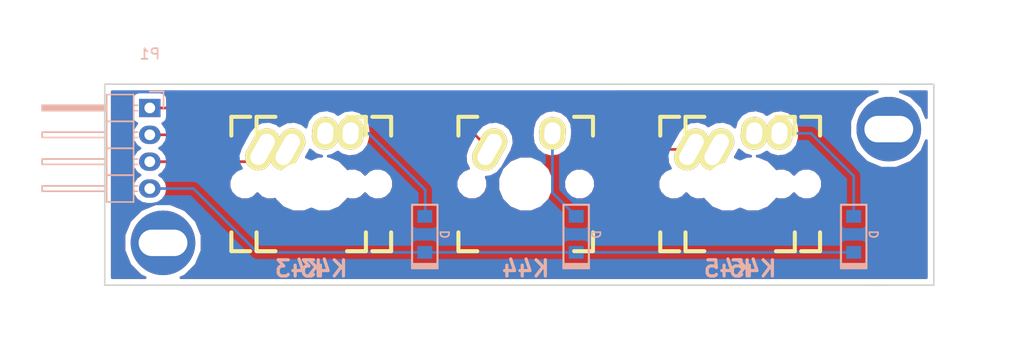
<source format=kicad_pcb>
(kicad_pcb (version 4) (host pcbnew 4.0.5+dfsg1-4)

  (general
    (links 13)
    (no_connects 0)
    (area 95.924999 61.924999 174.325001 81.075001)
    (thickness 1.6)
    (drawings 12)
    (tracks 30)
    (zones 0)
    (modules 11)
    (nets 8)
  )

  (page A4)
  (layers
    (0 F.Cu signal)
    (31 B.Cu signal)
    (32 B.Adhes user)
    (33 F.Adhes user)
    (34 B.Paste user)
    (35 F.Paste user)
    (36 B.SilkS user)
    (37 F.SilkS user)
    (38 B.Mask user)
    (39 F.Mask user)
    (40 Dwgs.User user)
    (41 Cmts.User user)
    (42 Eco1.User user)
    (43 Eco2.User user)
    (44 Edge.Cuts user)
    (45 Margin user)
    (46 B.CrtYd user)
    (47 F.CrtYd user)
    (48 B.Fab user)
    (49 F.Fab user)
  )

  (setup
    (last_trace_width 0.25)
    (trace_clearance 0.2)
    (zone_clearance 0.508)
    (zone_45_only no)
    (trace_min 0.2)
    (segment_width 0.2)
    (edge_width 0.15)
    (via_size 0.6)
    (via_drill 0.4)
    (via_min_size 0.4)
    (via_min_drill 0.3)
    (uvia_size 0.3)
    (uvia_drill 0.1)
    (uvias_allowed no)
    (uvia_min_size 0.2)
    (uvia_min_drill 0.1)
    (pcb_text_width 0.3)
    (pcb_text_size 1.5 1.5)
    (mod_edge_width 0.15)
    (mod_text_size 1 1)
    (mod_text_width 0.15)
    (pad_size 1.524 1.524)
    (pad_drill 0.762)
    (pad_to_mask_clearance 0.2)
    (aux_axis_origin 0 0)
    (visible_elements FFFFFF7F)
    (pcbplotparams
      (layerselection 0x00030_80000001)
      (usegerberextensions false)
      (excludeedgelayer true)
      (linewidth 0.100000)
      (plotframeref false)
      (viasonmask false)
      (mode 1)
      (useauxorigin false)
      (hpglpennumber 1)
      (hpglpenspeed 20)
      (hpglpendiameter 15)
      (hpglpenoverlay 2)
      (psnegative false)
      (psa4output false)
      (plotreference true)
      (plotvalue true)
      (plotinvisibletext false)
      (padsonsilk false)
      (subtractmaskfromsilk false)
      (outputformat 1)
      (mirror false)
      (drillshape 1)
      (scaleselection 1)
      (outputdirectory ""))
  )

  (net 0 "")
  (net 1 "Net-(D1-Pad2)")
  (net 2 Row4)
  (net 3 "Net-(D2-Pad2)")
  (net 4 "Net-(D3-Pad2)")
  (net 5 Col3)
  (net 6 Col4)
  (net 7 Col5)

  (net_class Default "This is the default net class."
    (clearance 0.2)
    (trace_width 0.25)
    (via_dia 0.6)
    (via_drill 0.4)
    (uvia_dia 0.3)
    (uvia_drill 0.1)
    (add_net Col3)
    (add_net Col4)
    (add_net Col5)
    (add_net "Net-(D1-Pad2)")
    (add_net "Net-(D2-Pad2)")
    (add_net "Net-(D3-Pad2)")
    (add_net Row4)
  )

  (module Footprint:Poker_oval_hole (layer F.Cu) (tedit 53EE2BFE) (tstamp 593CF7F8)
    (at 170 66.25)
    (fp_text reference Poker_oval_hole (at 0 0) (layer F.SilkS) hide
      (effects (font (size 1 1) (thickness 0.15)))
    )
    (fp_text value VAL** (at 0 0) (layer F.SilkS) hide
      (effects (font (size 1 1) (thickness 0.15)))
    )
    (pad "" thru_hole circle (at 0 0) (size 6.1 6.1) (drill oval 4.6 2.5) (layers *.Cu *.Mask))
  )

  (module Footprint:D_SOD123 (layer B.Cu) (tedit 561B69D3) (tstamp 5931545C)
    (at 126.20625 76.2 90)
    (path /59315914)
    (attr smd)
    (fp_text reference D1 (at 0 -1.925 90) (layer B.SilkS) hide
      (effects (font (size 0.8 0.8) (thickness 0.15)) (justify mirror))
    )
    (fp_text value D (at 0 1.925 90) (layer B.SilkS)
      (effects (font (size 0.8 0.8) (thickness 0.15)) (justify mirror))
    )
    (fp_line (start -3.075 -1.2) (end -3.075 1.2) (layer B.SilkS) (width 0.2))
    (fp_line (start -2.8 1.2) (end -2.8 -1.2) (layer B.SilkS) (width 0.2))
    (fp_line (start -2.925 1.2) (end -2.925 -1.2) (layer B.SilkS) (width 0.2))
    (fp_line (start -3.2 1.2) (end 2.8 1.2) (layer B.SilkS) (width 0.2))
    (fp_line (start 2.8 1.2) (end 2.8 -1.2) (layer B.SilkS) (width 0.2))
    (fp_line (start 2.8 -1.2) (end -3.2 -1.2) (layer B.SilkS) (width 0.2))
    (fp_line (start -3.2 -1.2) (end -3.2 1.2) (layer B.SilkS) (width 0.2))
    (pad 2 smd rect (at 1.7 0 90) (size 1.2 1.4) (layers B.Cu B.Paste B.Mask)
      (net 1 "Net-(D1-Pad2)"))
    (pad 1 smd rect (at -1.7 0 90) (size 1.2 1.4) (layers B.Cu B.Paste B.Mask)
      (net 2 Row4))
  )

  (module Footprint:D_SOD123 (layer B.Cu) (tedit 561B69D3) (tstamp 59315462)
    (at 140.49375 76.2 90)
    (path /593159AD)
    (attr smd)
    (fp_text reference D2 (at 0 -1.925 90) (layer B.SilkS) hide
      (effects (font (size 0.8 0.8) (thickness 0.15)) (justify mirror))
    )
    (fp_text value D (at 0 1.925 90) (layer B.SilkS)
      (effects (font (size 0.8 0.8) (thickness 0.15)) (justify mirror))
    )
    (fp_line (start -3.075 -1.2) (end -3.075 1.2) (layer B.SilkS) (width 0.2))
    (fp_line (start -2.8 1.2) (end -2.8 -1.2) (layer B.SilkS) (width 0.2))
    (fp_line (start -2.925 1.2) (end -2.925 -1.2) (layer B.SilkS) (width 0.2))
    (fp_line (start -3.2 1.2) (end 2.8 1.2) (layer B.SilkS) (width 0.2))
    (fp_line (start 2.8 1.2) (end 2.8 -1.2) (layer B.SilkS) (width 0.2))
    (fp_line (start 2.8 -1.2) (end -3.2 -1.2) (layer B.SilkS) (width 0.2))
    (fp_line (start -3.2 -1.2) (end -3.2 1.2) (layer B.SilkS) (width 0.2))
    (pad 2 smd rect (at 1.7 0 90) (size 1.2 1.4) (layers B.Cu B.Paste B.Mask)
      (net 3 "Net-(D2-Pad2)"))
    (pad 1 smd rect (at -1.7 0 90) (size 1.2 1.4) (layers B.Cu B.Paste B.Mask)
      (net 2 Row4))
  )

  (module Footprint:D_SOD123 (layer B.Cu) (tedit 561B69D3) (tstamp 59315468)
    (at 166.6875 76.2 90)
    (path /593159F6)
    (attr smd)
    (fp_text reference D3 (at 0 -1.925 90) (layer B.SilkS) hide
      (effects (font (size 0.8 0.8) (thickness 0.15)) (justify mirror))
    )
    (fp_text value D (at 0 1.925 90) (layer B.SilkS)
      (effects (font (size 0.8 0.8) (thickness 0.15)) (justify mirror))
    )
    (fp_line (start -3.075 -1.2) (end -3.075 1.2) (layer B.SilkS) (width 0.2))
    (fp_line (start -2.8 1.2) (end -2.8 -1.2) (layer B.SilkS) (width 0.2))
    (fp_line (start -2.925 1.2) (end -2.925 -1.2) (layer B.SilkS) (width 0.2))
    (fp_line (start -3.2 1.2) (end 2.8 1.2) (layer B.SilkS) (width 0.2))
    (fp_line (start 2.8 1.2) (end 2.8 -1.2) (layer B.SilkS) (width 0.2))
    (fp_line (start 2.8 -1.2) (end -3.2 -1.2) (layer B.SilkS) (width 0.2))
    (fp_line (start -3.2 -1.2) (end -3.2 1.2) (layer B.SilkS) (width 0.2))
    (pad 2 smd rect (at 1.7 0 90) (size 1.2 1.4) (layers B.Cu B.Paste B.Mask)
      (net 4 "Net-(D3-Pad2)"))
    (pad 1 smd rect (at -1.7 0 90) (size 1.2 1.4) (layers B.Cu B.Paste B.Mask)
      (net 2 Row4))
  )

  (module Footprint:Mx_Alps_100 (layer F.Cu) (tedit 5917035E) (tstamp 59315471)
    (at 116.68125 71.4375)
    (descr MXALPS)
    (tags MXALPS)
    (path /593156D7)
    (fp_text reference K1 (at 0 5) (layer B.SilkS) hide
      (effects (font (size 1 1) (thickness 0.2)) (justify mirror))
    )
    (fp_text value K43 (at 0 8) (layer B.SilkS)
      (effects (font (thickness 0.3048)) (justify mirror))
    )
    (fp_line (start -6.35 -6.35) (end 6.35 -6.35) (layer Cmts.User) (width 0.1524))
    (fp_line (start 6.35 -6.35) (end 6.35 6.35) (layer Cmts.User) (width 0.1524))
    (fp_line (start 6.35 6.35) (end -6.35 6.35) (layer Cmts.User) (width 0.1524))
    (fp_line (start -6.35 6.35) (end -6.35 -6.35) (layer Cmts.User) (width 0.1524))
    (fp_line (start -9.398 -9.398) (end 9.398 -9.398) (layer Dwgs.User) (width 0.1524))
    (fp_line (start 9.398 -9.398) (end 9.398 9.398) (layer Dwgs.User) (width 0.1524))
    (fp_line (start 9.398 9.398) (end -9.398 9.398) (layer Dwgs.User) (width 0.1524))
    (fp_line (start -9.398 9.398) (end -9.398 -9.398) (layer Dwgs.User) (width 0.1524))
    (fp_line (start -6.35 -6.35) (end -4.572 -6.35) (layer F.SilkS) (width 0.381))
    (fp_line (start 4.572 -6.35) (end 6.35 -6.35) (layer F.SilkS) (width 0.381))
    (fp_line (start 6.35 -6.35) (end 6.35 -4.572) (layer F.SilkS) (width 0.381))
    (fp_line (start 6.35 4.572) (end 6.35 6.35) (layer F.SilkS) (width 0.381))
    (fp_line (start 6.35 6.35) (end 4.572 6.35) (layer F.SilkS) (width 0.381))
    (fp_line (start -4.572 6.35) (end -6.35 6.35) (layer F.SilkS) (width 0.381))
    (fp_line (start -6.35 6.35) (end -6.35 4.572) (layer F.SilkS) (width 0.381))
    (fp_line (start -6.35 -4.572) (end -6.35 -6.35) (layer F.SilkS) (width 0.381))
    (fp_line (start -6.985 -6.985) (end 6.985 -6.985) (layer Eco2.User) (width 0.1524))
    (fp_line (start 6.985 -6.985) (end 6.985 6.985) (layer Eco2.User) (width 0.1524))
    (fp_line (start 6.985 6.985) (end -6.985 6.985) (layer Eco2.User) (width 0.1524))
    (fp_line (start -6.985 6.985) (end -6.985 -6.985) (layer Eco2.User) (width 0.1524))
    (fp_line (start -7.75 6.4) (end -7.75 -6.4) (layer Dwgs.User) (width 0.3))
    (fp_line (start -7.75 6.4) (end 7.75 6.4) (layer Dwgs.User) (width 0.3))
    (fp_line (start 7.75 6.4) (end 7.75 -6.4) (layer Dwgs.User) (width 0.3))
    (fp_line (start 7.75 -6.4) (end -7.75 -6.4) (layer Dwgs.User) (width 0.3))
    (fp_line (start -7.62 -7.62) (end 7.62 -7.62) (layer Dwgs.User) (width 0.3))
    (fp_line (start 7.62 -7.62) (end 7.62 7.62) (layer Dwgs.User) (width 0.3))
    (fp_line (start 7.62 7.62) (end -7.62 7.62) (layer Dwgs.User) (width 0.3))
    (fp_line (start -7.62 7.62) (end -7.62 -7.62) (layer Dwgs.User) (width 0.3))
    (pad HOLE np_thru_hole circle (at 0 0) (size 3.9878 3.9878) (drill 3.9878) (layers *.Cu))
    (pad HOLE np_thru_hole circle (at -5.08 0) (size 1.7018 1.7018) (drill 1.7018) (layers *.Cu))
    (pad HOLE np_thru_hole circle (at 5.08 0) (size 1.7018 1.7018) (drill 1.7018) (layers *.Cu))
    (pad 1 thru_hole oval (at -3.405 -3.27 330.95) (size 2.5 4.17) (drill oval 1.5 3.17) (layers *.Cu *.Mask F.SilkS)
      (net 5 Col3))
    (pad 2 thru_hole oval (at 2.52 -4.79 356.1) (size 2.5 3.08) (drill oval 1.5 2.08) (layers *.Cu *.Mask F.SilkS)
      (net 1 "Net-(D1-Pad2)"))
    (model ../../../../../home/dbroqua/Webstorm/dbroqua/DK60/Footprint/3D/Mx_Alps_100.wrl
      (at (xyz 0 0 -0.02))
      (scale (xyz 0.4 0.4 0.4))
      (rotate (xyz 0 180 0))
    )
  )

  (module Footprint:Mx_Alps_125 (layer F.Cu) (tedit 591703D1) (tstamp 5931547A)
    (at 114.3 71.4375)
    (descr MXALPS)
    (tags MXALPS)
    (path /59315811)
    (fp_text reference K2 (at 0 4) (layer B.SilkS) hide
      (effects (font (size 1 1) (thickness 0.2)) (justify mirror))
    )
    (fp_text value K43 (at 0 8) (layer B.SilkS)
      (effects (font (thickness 0.3048)) (justify mirror))
    )
    (fp_line (start -6.35 -6.35) (end 6.35 -6.35) (layer Cmts.User) (width 0.1524))
    (fp_line (start 6.35 -6.35) (end 6.35 6.35) (layer Cmts.User) (width 0.1524))
    (fp_line (start 6.35 6.35) (end -6.35 6.35) (layer Cmts.User) (width 0.1524))
    (fp_line (start -6.35 6.35) (end -6.35 -6.35) (layer Cmts.User) (width 0.1524))
    (fp_line (start -11.78052 -9.398) (end 11.78052 -9.398) (layer Dwgs.User) (width 0.1524))
    (fp_line (start 11.78052 -9.398) (end 11.78052 9.398) (layer Dwgs.User) (width 0.1524))
    (fp_line (start 11.78052 9.398) (end -11.78052 9.398) (layer Dwgs.User) (width 0.1524))
    (fp_line (start -11.78052 9.398) (end -11.78052 -9.398) (layer Dwgs.User) (width 0.1524))
    (fp_line (start -6.35 -6.35) (end -4.572 -6.35) (layer F.SilkS) (width 0.381))
    (fp_line (start 4.572 -6.35) (end 6.35 -6.35) (layer F.SilkS) (width 0.381))
    (fp_line (start 6.35 -6.35) (end 6.35 -4.572) (layer F.SilkS) (width 0.381))
    (fp_line (start 6.35 4.572) (end 6.35 6.35) (layer F.SilkS) (width 0.381))
    (fp_line (start 6.35 6.35) (end 4.572 6.35) (layer F.SilkS) (width 0.381))
    (fp_line (start -4.572 6.35) (end -6.35 6.35) (layer F.SilkS) (width 0.381))
    (fp_line (start -6.35 6.35) (end -6.35 4.572) (layer F.SilkS) (width 0.381))
    (fp_line (start -6.35 -4.572) (end -6.35 -6.35) (layer F.SilkS) (width 0.381))
    (fp_line (start -6.985 -6.985) (end 6.985 -6.985) (layer Eco2.User) (width 0.1524))
    (fp_line (start 6.985 -6.985) (end 6.985 6.985) (layer Eco2.User) (width 0.1524))
    (fp_line (start 6.985 6.985) (end -6.985 6.985) (layer Eco2.User) (width 0.1524))
    (fp_line (start -6.985 6.985) (end -6.985 -6.985) (layer Eco2.User) (width 0.1524))
    (fp_line (start -7.75 6.4) (end -7.75 -6.4) (layer Dwgs.User) (width 0.3))
    (fp_line (start -7.75 6.4) (end 7.75 6.4) (layer Dwgs.User) (width 0.3))
    (fp_line (start 7.75 6.4) (end 7.75 -6.4) (layer Dwgs.User) (width 0.3))
    (fp_line (start 7.75 -6.4) (end -7.75 -6.4) (layer Dwgs.User) (width 0.3))
    (fp_line (start -7.62 -7.62) (end 7.62 -7.62) (layer Dwgs.User) (width 0.3))
    (fp_line (start 7.62 -7.62) (end 7.62 7.62) (layer Dwgs.User) (width 0.3))
    (fp_line (start 7.62 7.62) (end -7.62 7.62) (layer Dwgs.User) (width 0.3))
    (fp_line (start -7.62 7.62) (end -7.62 -7.62) (layer Dwgs.User) (width 0.3))
    (pad HOLE np_thru_hole circle (at 0 0) (size 3.9878 3.9878) (drill 3.9878) (layers *.Cu))
    (pad HOLE np_thru_hole circle (at -5.08 0) (size 1.7018 1.7018) (drill 1.7018) (layers *.Cu))
    (pad HOLE np_thru_hole circle (at 5.08 0) (size 1.7018 1.7018) (drill 1.7018) (layers *.Cu))
    (pad 1 thru_hole oval (at -3.405 -3.27 330.95) (size 2.5 4.17) (drill oval 1.5 3.17) (layers *.Cu *.Mask F.SilkS)
      (net 5 Col3))
    (pad 2 thru_hole oval (at 2.52 -4.79 356.1) (size 2.5 3.08) (drill oval 1.5 2.08) (layers *.Cu *.Mask F.SilkS)
      (net 1 "Net-(D1-Pad2)"))
    (model ../../../../../home/dbroqua/Webstorm/dbroqua/DK60/Footprint/3D/Mx_Alps_100.wrl
      (at (xyz 0 0 -0.02))
      (scale (xyz 0.4 0.4 0.4))
      (rotate (xyz 0 180 0))
    )
  )

  (module Footprint:Mx_Alps_100 (layer F.Cu) (tedit 5917035E) (tstamp 59315483)
    (at 135.73125 71.4375)
    (descr MXALPS)
    (tags MXALPS)
    (path /5931582D)
    (fp_text reference K3 (at 0 5) (layer B.SilkS) hide
      (effects (font (size 1 1) (thickness 0.2)) (justify mirror))
    )
    (fp_text value K44 (at 0 8) (layer B.SilkS)
      (effects (font (thickness 0.3048)) (justify mirror))
    )
    (fp_line (start -6.35 -6.35) (end 6.35 -6.35) (layer Cmts.User) (width 0.1524))
    (fp_line (start 6.35 -6.35) (end 6.35 6.35) (layer Cmts.User) (width 0.1524))
    (fp_line (start 6.35 6.35) (end -6.35 6.35) (layer Cmts.User) (width 0.1524))
    (fp_line (start -6.35 6.35) (end -6.35 -6.35) (layer Cmts.User) (width 0.1524))
    (fp_line (start -9.398 -9.398) (end 9.398 -9.398) (layer Dwgs.User) (width 0.1524))
    (fp_line (start 9.398 -9.398) (end 9.398 9.398) (layer Dwgs.User) (width 0.1524))
    (fp_line (start 9.398 9.398) (end -9.398 9.398) (layer Dwgs.User) (width 0.1524))
    (fp_line (start -9.398 9.398) (end -9.398 -9.398) (layer Dwgs.User) (width 0.1524))
    (fp_line (start -6.35 -6.35) (end -4.572 -6.35) (layer F.SilkS) (width 0.381))
    (fp_line (start 4.572 -6.35) (end 6.35 -6.35) (layer F.SilkS) (width 0.381))
    (fp_line (start 6.35 -6.35) (end 6.35 -4.572) (layer F.SilkS) (width 0.381))
    (fp_line (start 6.35 4.572) (end 6.35 6.35) (layer F.SilkS) (width 0.381))
    (fp_line (start 6.35 6.35) (end 4.572 6.35) (layer F.SilkS) (width 0.381))
    (fp_line (start -4.572 6.35) (end -6.35 6.35) (layer F.SilkS) (width 0.381))
    (fp_line (start -6.35 6.35) (end -6.35 4.572) (layer F.SilkS) (width 0.381))
    (fp_line (start -6.35 -4.572) (end -6.35 -6.35) (layer F.SilkS) (width 0.381))
    (fp_line (start -6.985 -6.985) (end 6.985 -6.985) (layer Eco2.User) (width 0.1524))
    (fp_line (start 6.985 -6.985) (end 6.985 6.985) (layer Eco2.User) (width 0.1524))
    (fp_line (start 6.985 6.985) (end -6.985 6.985) (layer Eco2.User) (width 0.1524))
    (fp_line (start -6.985 6.985) (end -6.985 -6.985) (layer Eco2.User) (width 0.1524))
    (fp_line (start -7.75 6.4) (end -7.75 -6.4) (layer Dwgs.User) (width 0.3))
    (fp_line (start -7.75 6.4) (end 7.75 6.4) (layer Dwgs.User) (width 0.3))
    (fp_line (start 7.75 6.4) (end 7.75 -6.4) (layer Dwgs.User) (width 0.3))
    (fp_line (start 7.75 -6.4) (end -7.75 -6.4) (layer Dwgs.User) (width 0.3))
    (fp_line (start -7.62 -7.62) (end 7.62 -7.62) (layer Dwgs.User) (width 0.3))
    (fp_line (start 7.62 -7.62) (end 7.62 7.62) (layer Dwgs.User) (width 0.3))
    (fp_line (start 7.62 7.62) (end -7.62 7.62) (layer Dwgs.User) (width 0.3))
    (fp_line (start -7.62 7.62) (end -7.62 -7.62) (layer Dwgs.User) (width 0.3))
    (pad HOLE np_thru_hole circle (at 0 0) (size 3.9878 3.9878) (drill 3.9878) (layers *.Cu))
    (pad HOLE np_thru_hole circle (at -5.08 0) (size 1.7018 1.7018) (drill 1.7018) (layers *.Cu))
    (pad HOLE np_thru_hole circle (at 5.08 0) (size 1.7018 1.7018) (drill 1.7018) (layers *.Cu))
    (pad 1 thru_hole oval (at -3.405 -3.27 330.95) (size 2.5 4.17) (drill oval 1.5 3.17) (layers *.Cu *.Mask F.SilkS)
      (net 6 Col4))
    (pad 2 thru_hole oval (at 2.52 -4.79 356.1) (size 2.5 3.08) (drill oval 1.5 2.08) (layers *.Cu *.Mask F.SilkS)
      (net 3 "Net-(D2-Pad2)"))
    (model ../../../../../home/dbroqua/Webstorm/dbroqua/DK60/Footprint/3D/Mx_Alps_100.wrl
      (at (xyz 0 0 -0.02))
      (scale (xyz 0.4 0.4 0.4))
      (rotate (xyz 0 180 0))
    )
  )

  (module Footprint:Mx_Alps_100 (layer F.Cu) (tedit 5917035E) (tstamp 5931548C)
    (at 154.78125 71.4375)
    (descr MXALPS)
    (tags MXALPS)
    (path /593158A2)
    (fp_text reference K4 (at 0 5) (layer B.SilkS) hide
      (effects (font (size 1 1) (thickness 0.2)) (justify mirror))
    )
    (fp_text value K45 (at 0 8) (layer B.SilkS)
      (effects (font (thickness 0.3048)) (justify mirror))
    )
    (fp_line (start -6.35 -6.35) (end 6.35 -6.35) (layer Cmts.User) (width 0.1524))
    (fp_line (start 6.35 -6.35) (end 6.35 6.35) (layer Cmts.User) (width 0.1524))
    (fp_line (start 6.35 6.35) (end -6.35 6.35) (layer Cmts.User) (width 0.1524))
    (fp_line (start -6.35 6.35) (end -6.35 -6.35) (layer Cmts.User) (width 0.1524))
    (fp_line (start -9.398 -9.398) (end 9.398 -9.398) (layer Dwgs.User) (width 0.1524))
    (fp_line (start 9.398 -9.398) (end 9.398 9.398) (layer Dwgs.User) (width 0.1524))
    (fp_line (start 9.398 9.398) (end -9.398 9.398) (layer Dwgs.User) (width 0.1524))
    (fp_line (start -9.398 9.398) (end -9.398 -9.398) (layer Dwgs.User) (width 0.1524))
    (fp_line (start -6.35 -6.35) (end -4.572 -6.35) (layer F.SilkS) (width 0.381))
    (fp_line (start 4.572 -6.35) (end 6.35 -6.35) (layer F.SilkS) (width 0.381))
    (fp_line (start 6.35 -6.35) (end 6.35 -4.572) (layer F.SilkS) (width 0.381))
    (fp_line (start 6.35 4.572) (end 6.35 6.35) (layer F.SilkS) (width 0.381))
    (fp_line (start 6.35 6.35) (end 4.572 6.35) (layer F.SilkS) (width 0.381))
    (fp_line (start -4.572 6.35) (end -6.35 6.35) (layer F.SilkS) (width 0.381))
    (fp_line (start -6.35 6.35) (end -6.35 4.572) (layer F.SilkS) (width 0.381))
    (fp_line (start -6.35 -4.572) (end -6.35 -6.35) (layer F.SilkS) (width 0.381))
    (fp_line (start -6.985 -6.985) (end 6.985 -6.985) (layer Eco2.User) (width 0.1524))
    (fp_line (start 6.985 -6.985) (end 6.985 6.985) (layer Eco2.User) (width 0.1524))
    (fp_line (start 6.985 6.985) (end -6.985 6.985) (layer Eco2.User) (width 0.1524))
    (fp_line (start -6.985 6.985) (end -6.985 -6.985) (layer Eco2.User) (width 0.1524))
    (fp_line (start -7.75 6.4) (end -7.75 -6.4) (layer Dwgs.User) (width 0.3))
    (fp_line (start -7.75 6.4) (end 7.75 6.4) (layer Dwgs.User) (width 0.3))
    (fp_line (start 7.75 6.4) (end 7.75 -6.4) (layer Dwgs.User) (width 0.3))
    (fp_line (start 7.75 -6.4) (end -7.75 -6.4) (layer Dwgs.User) (width 0.3))
    (fp_line (start -7.62 -7.62) (end 7.62 -7.62) (layer Dwgs.User) (width 0.3))
    (fp_line (start 7.62 -7.62) (end 7.62 7.62) (layer Dwgs.User) (width 0.3))
    (fp_line (start 7.62 7.62) (end -7.62 7.62) (layer Dwgs.User) (width 0.3))
    (fp_line (start -7.62 7.62) (end -7.62 -7.62) (layer Dwgs.User) (width 0.3))
    (pad HOLE np_thru_hole circle (at 0 0) (size 3.9878 3.9878) (drill 3.9878) (layers *.Cu))
    (pad HOLE np_thru_hole circle (at -5.08 0) (size 1.7018 1.7018) (drill 1.7018) (layers *.Cu))
    (pad HOLE np_thru_hole circle (at 5.08 0) (size 1.7018 1.7018) (drill 1.7018) (layers *.Cu))
    (pad 1 thru_hole oval (at -3.405 -3.27 330.95) (size 2.5 4.17) (drill oval 1.5 3.17) (layers *.Cu *.Mask F.SilkS)
      (net 7 Col5))
    (pad 2 thru_hole oval (at 2.52 -4.79 356.1) (size 2.5 3.08) (drill oval 1.5 2.08) (layers *.Cu *.Mask F.SilkS)
      (net 4 "Net-(D3-Pad2)"))
    (model ../../../../../home/dbroqua/Webstorm/dbroqua/DK60/Footprint/3D/Mx_Alps_100.wrl
      (at (xyz 0 0 -0.02))
      (scale (xyz 0.4 0.4 0.4))
      (rotate (xyz 0 180 0))
    )
  )

  (module Footprint:Mx_Alps_125 (layer F.Cu) (tedit 591703D1) (tstamp 59315495)
    (at 157.1625 71.4375)
    (descr MXALPS)
    (tags MXALPS)
    (path /593158F2)
    (fp_text reference K5 (at 0 4) (layer B.SilkS) hide
      (effects (font (size 1 1) (thickness 0.2)) (justify mirror))
    )
    (fp_text value K45 (at 0 8) (layer B.SilkS)
      (effects (font (thickness 0.3048)) (justify mirror))
    )
    (fp_line (start -6.35 -6.35) (end 6.35 -6.35) (layer Cmts.User) (width 0.1524))
    (fp_line (start 6.35 -6.35) (end 6.35 6.35) (layer Cmts.User) (width 0.1524))
    (fp_line (start 6.35 6.35) (end -6.35 6.35) (layer Cmts.User) (width 0.1524))
    (fp_line (start -6.35 6.35) (end -6.35 -6.35) (layer Cmts.User) (width 0.1524))
    (fp_line (start -11.78052 -9.398) (end 11.78052 -9.398) (layer Dwgs.User) (width 0.1524))
    (fp_line (start 11.78052 -9.398) (end 11.78052 9.398) (layer Dwgs.User) (width 0.1524))
    (fp_line (start 11.78052 9.398) (end -11.78052 9.398) (layer Dwgs.User) (width 0.1524))
    (fp_line (start -11.78052 9.398) (end -11.78052 -9.398) (layer Dwgs.User) (width 0.1524))
    (fp_line (start -6.35 -6.35) (end -4.572 -6.35) (layer F.SilkS) (width 0.381))
    (fp_line (start 4.572 -6.35) (end 6.35 -6.35) (layer F.SilkS) (width 0.381))
    (fp_line (start 6.35 -6.35) (end 6.35 -4.572) (layer F.SilkS) (width 0.381))
    (fp_line (start 6.35 4.572) (end 6.35 6.35) (layer F.SilkS) (width 0.381))
    (fp_line (start 6.35 6.35) (end 4.572 6.35) (layer F.SilkS) (width 0.381))
    (fp_line (start -4.572 6.35) (end -6.35 6.35) (layer F.SilkS) (width 0.381))
    (fp_line (start -6.35 6.35) (end -6.35 4.572) (layer F.SilkS) (width 0.381))
    (fp_line (start -6.35 -4.572) (end -6.35 -6.35) (layer F.SilkS) (width 0.381))
    (fp_line (start -6.985 -6.985) (end 6.985 -6.985) (layer Eco2.User) (width 0.1524))
    (fp_line (start 6.985 -6.985) (end 6.985 6.985) (layer Eco2.User) (width 0.1524))
    (fp_line (start 6.985 6.985) (end -6.985 6.985) (layer Eco2.User) (width 0.1524))
    (fp_line (start -6.985 6.985) (end -6.985 -6.985) (layer Eco2.User) (width 0.1524))
    (fp_line (start -7.75 6.4) (end -7.75 -6.4) (layer Dwgs.User) (width 0.3))
    (fp_line (start -7.75 6.4) (end 7.75 6.4) (layer Dwgs.User) (width 0.3))
    (fp_line (start 7.75 6.4) (end 7.75 -6.4) (layer Dwgs.User) (width 0.3))
    (fp_line (start 7.75 -6.4) (end -7.75 -6.4) (layer Dwgs.User) (width 0.3))
    (fp_line (start -7.62 -7.62) (end 7.62 -7.62) (layer Dwgs.User) (width 0.3))
    (fp_line (start 7.62 -7.62) (end 7.62 7.62) (layer Dwgs.User) (width 0.3))
    (fp_line (start 7.62 7.62) (end -7.62 7.62) (layer Dwgs.User) (width 0.3))
    (fp_line (start -7.62 7.62) (end -7.62 -7.62) (layer Dwgs.User) (width 0.3))
    (pad HOLE np_thru_hole circle (at 0 0) (size 3.9878 3.9878) (drill 3.9878) (layers *.Cu))
    (pad HOLE np_thru_hole circle (at -5.08 0) (size 1.7018 1.7018) (drill 1.7018) (layers *.Cu))
    (pad HOLE np_thru_hole circle (at 5.08 0) (size 1.7018 1.7018) (drill 1.7018) (layers *.Cu))
    (pad 1 thru_hole oval (at -3.405 -3.27 330.95) (size 2.5 4.17) (drill oval 1.5 3.17) (layers *.Cu *.Mask F.SilkS)
      (net 7 Col5))
    (pad 2 thru_hole oval (at 2.52 -4.79 356.1) (size 2.5 3.08) (drill oval 1.5 2.08) (layers *.Cu *.Mask F.SilkS)
      (net 4 "Net-(D3-Pad2)"))
    (model ../../../../../home/dbroqua/Webstorm/dbroqua/DK60/Footprint/3D/Mx_Alps_100.wrl
      (at (xyz 0 0 -0.02))
      (scale (xyz 0.4 0.4 0.4))
      (rotate (xyz 0 180 0))
    )
  )

  (module Pin_Headers:Pin_Header_Angled_1x04 (layer B.Cu) (tedit 0) (tstamp 593155A4)
    (at 100.25 64.25 180)
    (descr "Through hole pin header")
    (tags "pin header")
    (path /59315D1F)
    (fp_text reference P1 (at 0 5.1 180) (layer B.SilkS)
      (effects (font (size 1 1) (thickness 0.15)) (justify mirror))
    )
    (fp_text value CONN_01X04 (at 0 3.1 180) (layer B.Fab)
      (effects (font (size 1 1) (thickness 0.15)) (justify mirror))
    )
    (fp_line (start -1.5 1.75) (end -1.5 -9.4) (layer B.CrtYd) (width 0.05))
    (fp_line (start 10.65 1.75) (end 10.65 -9.4) (layer B.CrtYd) (width 0.05))
    (fp_line (start -1.5 1.75) (end 10.65 1.75) (layer B.CrtYd) (width 0.05))
    (fp_line (start -1.5 -9.4) (end 10.65 -9.4) (layer B.CrtYd) (width 0.05))
    (fp_line (start -1.3 1.55) (end -1.3 0) (layer B.SilkS) (width 0.15))
    (fp_line (start 0 1.55) (end -1.3 1.55) (layer B.SilkS) (width 0.15))
    (fp_line (start 4.191 0.127) (end 10.033 0.127) (layer B.SilkS) (width 0.15))
    (fp_line (start 10.033 0.127) (end 10.033 -0.127) (layer B.SilkS) (width 0.15))
    (fp_line (start 10.033 -0.127) (end 4.191 -0.127) (layer B.SilkS) (width 0.15))
    (fp_line (start 4.191 -0.127) (end 4.191 0) (layer B.SilkS) (width 0.15))
    (fp_line (start 4.191 0) (end 10.033 0) (layer B.SilkS) (width 0.15))
    (fp_line (start 1.524 0.254) (end 1.143 0.254) (layer B.SilkS) (width 0.15))
    (fp_line (start 1.524 -0.254) (end 1.143 -0.254) (layer B.SilkS) (width 0.15))
    (fp_line (start 1.524 -2.286) (end 1.143 -2.286) (layer B.SilkS) (width 0.15))
    (fp_line (start 1.524 -2.794) (end 1.143 -2.794) (layer B.SilkS) (width 0.15))
    (fp_line (start 1.524 -4.826) (end 1.143 -4.826) (layer B.SilkS) (width 0.15))
    (fp_line (start 1.524 -5.334) (end 1.143 -5.334) (layer B.SilkS) (width 0.15))
    (fp_line (start 1.524 -7.874) (end 1.143 -7.874) (layer B.SilkS) (width 0.15))
    (fp_line (start 1.524 -7.366) (end 1.143 -7.366) (layer B.SilkS) (width 0.15))
    (fp_line (start 1.524 1.27) (end 4.064 1.27) (layer B.SilkS) (width 0.15))
    (fp_line (start 1.524 -1.27) (end 4.064 -1.27) (layer B.SilkS) (width 0.15))
    (fp_line (start 1.524 -1.27) (end 1.524 -3.81) (layer B.SilkS) (width 0.15))
    (fp_line (start 1.524 -3.81) (end 4.064 -3.81) (layer B.SilkS) (width 0.15))
    (fp_line (start 4.064 -2.286) (end 10.16 -2.286) (layer B.SilkS) (width 0.15))
    (fp_line (start 10.16 -2.286) (end 10.16 -2.794) (layer B.SilkS) (width 0.15))
    (fp_line (start 10.16 -2.794) (end 4.064 -2.794) (layer B.SilkS) (width 0.15))
    (fp_line (start 4.064 -3.81) (end 4.064 -1.27) (layer B.SilkS) (width 0.15))
    (fp_line (start 4.064 -1.27) (end 4.064 1.27) (layer B.SilkS) (width 0.15))
    (fp_line (start 10.16 -0.254) (end 4.064 -0.254) (layer B.SilkS) (width 0.15))
    (fp_line (start 10.16 0.254) (end 10.16 -0.254) (layer B.SilkS) (width 0.15))
    (fp_line (start 4.064 0.254) (end 10.16 0.254) (layer B.SilkS) (width 0.15))
    (fp_line (start 1.524 -1.27) (end 4.064 -1.27) (layer B.SilkS) (width 0.15))
    (fp_line (start 1.524 1.27) (end 1.524 -1.27) (layer B.SilkS) (width 0.15))
    (fp_line (start 1.524 -6.35) (end 4.064 -6.35) (layer B.SilkS) (width 0.15))
    (fp_line (start 1.524 -6.35) (end 1.524 -8.89) (layer B.SilkS) (width 0.15))
    (fp_line (start 1.524 -8.89) (end 4.064 -8.89) (layer B.SilkS) (width 0.15))
    (fp_line (start 4.064 -7.366) (end 10.16 -7.366) (layer B.SilkS) (width 0.15))
    (fp_line (start 10.16 -7.366) (end 10.16 -7.874) (layer B.SilkS) (width 0.15))
    (fp_line (start 10.16 -7.874) (end 4.064 -7.874) (layer B.SilkS) (width 0.15))
    (fp_line (start 4.064 -8.89) (end 4.064 -6.35) (layer B.SilkS) (width 0.15))
    (fp_line (start 4.064 -6.35) (end 4.064 -3.81) (layer B.SilkS) (width 0.15))
    (fp_line (start 10.16 -5.334) (end 4.064 -5.334) (layer B.SilkS) (width 0.15))
    (fp_line (start 10.16 -4.826) (end 10.16 -5.334) (layer B.SilkS) (width 0.15))
    (fp_line (start 4.064 -4.826) (end 10.16 -4.826) (layer B.SilkS) (width 0.15))
    (fp_line (start 1.524 -6.35) (end 4.064 -6.35) (layer B.SilkS) (width 0.15))
    (fp_line (start 1.524 -3.81) (end 1.524 -6.35) (layer B.SilkS) (width 0.15))
    (fp_line (start 1.524 -3.81) (end 4.064 -3.81) (layer B.SilkS) (width 0.15))
    (pad 1 thru_hole rect (at 0 0 180) (size 2.032 1.7272) (drill 1.016) (layers *.Cu *.Mask)
      (net 7 Col5))
    (pad 2 thru_hole oval (at 0 -2.54 180) (size 2.032 1.7272) (drill 1.016) (layers *.Cu *.Mask)
      (net 6 Col4))
    (pad 3 thru_hole oval (at 0 -5.08 180) (size 2.032 1.7272) (drill 1.016) (layers *.Cu *.Mask)
      (net 5 Col3))
    (pad 4 thru_hole oval (at 0 -7.62 180) (size 2.032 1.7272) (drill 1.016) (layers *.Cu *.Mask)
      (net 2 Row4))
    (model Pin_Headers.3dshapes/Pin_Header_Angled_1x04.wrl
      (at (xyz 0 -0.15 0))
      (scale (xyz 1 1 1))
      (rotate (xyz 0 0 90))
    )
  )

  (module Footprint:Poker_oval_hole (layer F.Cu) (tedit 53EE2BFE) (tstamp 5931561D)
    (at 101.5 77)
    (fp_text reference Poker_oval_hole (at 0 0) (layer F.SilkS) hide
      (effects (font (size 1 1) (thickness 0.15)))
    )
    (fp_text value VAL** (at 0 0) (layer F.SilkS) hide
      (effects (font (size 1 1) (thickness 0.15)))
    )
    (pad "" thru_hole circle (at 0 0) (size 6.1 6.1) (drill oval 4.6 2.5) (layers *.Cu *.Mask))
  )

  (dimension 4 (width 0.3) (layer Cmts.User)
    (gr_text "4.000 mm" (at 92.4 79 270) (layer Cmts.User)
      (effects (font (size 1.5 1.5) (thickness 0.3)))
    )
    (feature1 (pts (xy 101.5 81) (xy 91.05 81)))
    (feature2 (pts (xy 101.5 77) (xy 91.05 77)))
    (crossbar (pts (xy 93.75 77) (xy 93.75 81)))
    (arrow1a (pts (xy 93.75 81) (xy 93.163579 79.873496)))
    (arrow1b (pts (xy 93.75 81) (xy 94.336421 79.873496)))
    (arrow2a (pts (xy 93.75 77) (xy 93.163579 78.126504)))
    (arrow2b (pts (xy 93.75 77) (xy 94.336421 78.126504)))
  )
  (dimension 5.5 (width 0.3) (layer Cmts.User)
    (gr_text "5.500 mm" (at 98.75 86.6) (layer Cmts.User)
      (effects (font (size 1.5 1.5) (thickness 0.3)))
    )
    (feature1 (pts (xy 96 77) (xy 96 87.95)))
    (feature2 (pts (xy 101.5 77) (xy 101.5 87.95)))
    (crossbar (pts (xy 101.5 85.25) (xy 96 85.25)))
    (arrow1a (pts (xy 96 85.25) (xy 97.126504 84.663579)))
    (arrow1b (pts (xy 96 85.25) (xy 97.126504 85.836421)))
    (arrow2a (pts (xy 101.5 85.25) (xy 100.373496 84.663579)))
    (arrow2b (pts (xy 101.5 85.25) (xy 100.373496 85.836421)))
  )
  (dimension 4.25 (width 0.3) (layer Cmts.User)
    (gr_text "4.250 mm" (at 172.125 58.9) (layer Cmts.User)
      (effects (font (size 1.5 1.5) (thickness 0.3)))
    )
    (feature1 (pts (xy 174.25 66.25) (xy 174.25 57.55)))
    (feature2 (pts (xy 170 66.25) (xy 170 57.55)))
    (crossbar (pts (xy 170 60.25) (xy 174.25 60.25)))
    (arrow1a (pts (xy 174.25 60.25) (xy 173.123496 60.836421)))
    (arrow1b (pts (xy 174.25 60.25) (xy 173.123496 59.663579)))
    (arrow2a (pts (xy 170 60.25) (xy 171.126504 60.836421)))
    (arrow2b (pts (xy 170 60.25) (xy 171.126504 59.663579)))
  )
  (dimension 4.25 (width 0.3) (layer Cmts.User)
    (gr_text "4.250 mm" (at 176.25 72.25 90) (layer Cmts.User)
      (effects (font (size 1.5 1.5) (thickness 0.3)))
    )
    (feature1 (pts (xy 170 62) (xy 178.7 62)))
    (feature2 (pts (xy 170 66.25) (xy 178.7 66.25)))
    (crossbar (pts (xy 176 66.25) (xy 176 62)))
    (arrow1a (pts (xy 176 62) (xy 176.586421 63.126504)))
    (arrow1b (pts (xy 176 62) (xy 175.413579 63.126504)))
    (arrow2a (pts (xy 176 66.25) (xy 176.586421 65.123496)))
    (arrow2b (pts (xy 176 66.25) (xy 175.413579 65.123496)))
  )
  (dimension 19 (width 0.3) (layer Cmts.User)
    (gr_text "19.000 mm" (at 180.1 71.5 270) (layer Cmts.User)
      (effects (font (size 1.5 1.5) (thickness 0.3)))
    )
    (feature1 (pts (xy 174.25 81) (xy 181.45 81)))
    (feature2 (pts (xy 174.25 62) (xy 181.45 62)))
    (crossbar (pts (xy 178.75 62) (xy 178.75 81)))
    (arrow1a (pts (xy 178.75 81) (xy 178.163579 79.873496)))
    (arrow1b (pts (xy 178.75 81) (xy 179.336421 79.873496)))
    (arrow2a (pts (xy 178.75 62) (xy 178.163579 63.126504)))
    (arrow2b (pts (xy 178.75 62) (xy 179.336421 63.126504)))
  )
  (dimension 78.25 (width 0.3) (layer Cmts.User)
    (gr_text "78.250 mm" (at 135.125 55.9) (layer Cmts.User)
      (effects (font (size 1.5 1.5) (thickness 0.3)))
    )
    (feature1 (pts (xy 174.25 62) (xy 174.25 54.55)))
    (feature2 (pts (xy 96 62) (xy 96 54.55)))
    (crossbar (pts (xy 96 57.25) (xy 174.25 57.25)))
    (arrow1a (pts (xy 174.25 57.25) (xy 173.123496 57.836421)))
    (arrow1b (pts (xy 174.25 57.25) (xy 173.123496 56.663579)))
    (arrow2a (pts (xy 96 57.25) (xy 97.126504 57.836421)))
    (arrow2b (pts (xy 96 57.25) (xy 97.126504 56.663579)))
  )
  (gr_line (start 174.25 81) (end 167.75 81) (angle 90) (layer Edge.Cuts) (width 0.15))
  (gr_line (start 174.25 62) (end 174.25 81) (angle 90) (layer Edge.Cuts) (width 0.15))
  (gr_line (start 169.5 62) (end 174.25 62) (angle 90) (layer Edge.Cuts) (width 0.15))
  (gr_line (start 96 81) (end 96 62) (angle 90) (layer Edge.Cuts) (width 0.15))
  (gr_line (start 169.75 81) (end 96 81) (angle 90) (layer Edge.Cuts) (width 0.15))
  (gr_line (start 96 62) (end 169.75 62) (angle 90) (layer Edge.Cuts) (width 0.15))

  (segment (start 116.82 66.6475) (end 119.20125 66.6475) (width 0.25) (layer B.Cu) (net 1))
  (segment (start 119.20125 66.6475) (end 120.8975 66.6475) (width 0.25) (layer B.Cu) (net 1))
  (segment (start 120.8975 66.6475) (end 126.25 72) (width 0.25) (layer B.Cu) (net 1) (tstamp 593154E8))
  (segment (start 126.25 72) (end 126.25 74.25) (width 0.25) (layer B.Cu) (net 1) (tstamp 593154EA))
  (segment (start 126.20625 77.9) (end 110.4 77.9) (width 0.25) (layer B.Cu) (net 2))
  (segment (start 104.37 71.87) (end 100.25 71.87) (width 0.25) (layer B.Cu) (net 2) (tstamp 5931560A))
  (segment (start 110.4 77.9) (end 104.37 71.87) (width 0.25) (layer B.Cu) (net 2) (tstamp 59315608))
  (segment (start 140.49375 77.9) (end 166.6875 77.9) (width 0.25) (layer B.Cu) (net 2))
  (segment (start 126.20625 77.9) (end 140.49375 77.9) (width 0.25) (layer B.Cu) (net 2))
  (segment (start 138.25125 66.6475) (end 138.25125 72.2575) (width 0.25) (layer B.Cu) (net 3))
  (segment (start 138.25125 72.2575) (end 140.49375 74.5) (width 0.25) (layer B.Cu) (net 3) (tstamp 5931554F))
  (segment (start 159.6825 66.6475) (end 162.6475 66.6475) (width 0.25) (layer B.Cu) (net 4))
  (segment (start 166.6875 70.6875) (end 166.6875 74.5) (width 0.25) (layer B.Cu) (net 4) (tstamp 5931563C))
  (segment (start 162.6475 66.6475) (end 166.6875 70.6875) (width 0.25) (layer B.Cu) (net 4) (tstamp 5931563A))
  (segment (start 159.6825 66.6475) (end 159.6825 67.9325) (width 0.25) (layer B.Cu) (net 4))
  (segment (start 157.30125 66.6475) (end 159.6825 66.6475) (width 0.25) (layer B.Cu) (net 4))
  (segment (start 100.25 69.33) (end 109.7325 69.33) (width 0.25) (layer F.Cu) (net 5) (status C00000))
  (segment (start 109.7325 69.33) (end 110.895 68.1675) (width 0.25) (layer F.Cu) (net 5) (tstamp 5931A12F) (status C00000))
  (segment (start 110.2275 67.5) (end 110.895 68.1675) (width 0.25) (layer F.Cu) (net 5) (tstamp 593155BE))
  (segment (start 110.895 68.1675) (end 113.27625 68.1675) (width 0.25) (layer B.Cu) (net 5))
  (segment (start 100.25 66.79) (end 108.96 66.79) (width 0.25) (layer F.Cu) (net 6) (status 400000))
  (segment (start 128.40875 64.25) (end 132.32625 68.1675) (width 0.25) (layer F.Cu) (net 6) (tstamp 5931A138) (status 800000))
  (segment (start 111.5 64.25) (end 128.40875 64.25) (width 0.25) (layer F.Cu) (net 6) (tstamp 5931A136))
  (segment (start 108.96 66.79) (end 111.5 64.25) (width 0.25) (layer F.Cu) (net 6) (tstamp 5931A134))
  (segment (start 151.37625 68.1675) (end 148.6675 68.1675) (width 0.25) (layer F.Cu) (net 7) (status 400000))
  (segment (start 102.75 64.25) (end 100.25 64.25) (width 0.25) (layer F.Cu) (net 7) (tstamp 5931A142) (status 800000))
  (segment (start 104 63) (end 102.75 64.25) (width 0.25) (layer F.Cu) (net 7) (tstamp 5931A140))
  (segment (start 143.5 63) (end 104 63) (width 0.25) (layer F.Cu) (net 7) (tstamp 5931A13E))
  (segment (start 148.6675 68.1675) (end 143.5 63) (width 0.25) (layer F.Cu) (net 7) (tstamp 5931A13C))
  (segment (start 151.37625 68.1675) (end 153.7575 68.1675) (width 0.25) (layer B.Cu) (net 7))

  (zone (net 0) (net_name "") (layer B.Cu) (tstamp 59315667) (hatch edge 0.508)
    (connect_pads (clearance 0.508))
    (min_thickness 0.254)
    (fill yes (arc_segments 16) (thermal_gap 0.508) (thermal_bridge_width 0.508))
    (polygon
      (pts
        (xy 174.25 81) (xy 96 81) (xy 96 62) (xy 174.25 62)
      )
    )
    (filled_polygon
      (pts
        (xy 168.600563 62.84106) (xy 167.929709 63.114654) (xy 167.915599 63.124082) (xy 167.915342 63.124188) (xy 167.915144 63.124386)
        (xy 167.895584 63.137455) (xy 167.878499 63.160966) (xy 166.904755 64.133013) (xy 166.887455 64.145584) (xy 166.884048 64.153684)
        (xy 166.877831 64.15989) (xy 166.599991 64.829004) (xy 166.319059 65.496892) (xy 166.319011 65.505677) (xy 166.315641 65.513793)
        (xy 166.315009 66.238424) (xy 166.311052 66.962854) (xy 166.31437 66.970989) (xy 166.314362 66.979776) (xy 166.59106 67.649437)
        (xy 166.864654 68.320291) (xy 166.874082 68.334401) (xy 166.874188 68.334658) (xy 166.874386 68.334856) (xy 166.887455 68.354416)
        (xy 166.910966 68.371501) (xy 167.883013 69.345245) (xy 167.895584 69.362545) (xy 167.903684 69.365952) (xy 167.90989 69.372169)
        (xy 168.579004 69.650009) (xy 169.246892 69.930941) (xy 169.255677 69.930989) (xy 169.263793 69.934359) (xy 169.988424 69.934991)
        (xy 170.712854 69.938948) (xy 170.720989 69.93563) (xy 170.729776 69.935638) (xy 171.399437 69.65894) (xy 172.070291 69.385346)
        (xy 172.084401 69.375918) (xy 172.084658 69.375812) (xy 172.084856 69.375614) (xy 172.104416 69.362545) (xy 172.121501 69.339034)
        (xy 173.095245 68.366987) (xy 173.112545 68.354416) (xy 173.115952 68.346316) (xy 173.122169 68.34011) (xy 173.400009 67.670996)
        (xy 173.54 67.338182) (xy 173.54 80.29) (xy 103.191078 80.29) (xy 103.570291 80.135346) (xy 103.584401 80.125918)
        (xy 103.584658 80.125812) (xy 103.584856 80.125614) (xy 103.604416 80.112545) (xy 103.621501 80.089034) (xy 104.595245 79.116987)
        (xy 104.612545 79.104416) (xy 104.615952 79.096316) (xy 104.622169 79.09011) (xy 104.900009 78.420996) (xy 105.180941 77.753108)
        (xy 105.180989 77.744323) (xy 105.184359 77.736207) (xy 105.184991 77.011576) (xy 105.188948 76.287146) (xy 105.18563 76.279011)
        (xy 105.185638 76.270224) (xy 104.90894 75.600563) (xy 104.635346 74.929709) (xy 104.625918 74.915599) (xy 104.625812 74.915342)
        (xy 104.625614 74.915144) (xy 104.612545 74.895584) (xy 104.589034 74.878499) (xy 103.616987 73.904755) (xy 103.604416 73.887455)
        (xy 103.596316 73.884048) (xy 103.59011 73.877831) (xy 102.920996 73.599991) (xy 102.253108 73.319059) (xy 102.244323 73.319011)
        (xy 102.236207 73.315641) (xy 101.511576 73.315009) (xy 100.787146 73.311052) (xy 100.779011 73.31437) (xy 100.770224 73.314362)
        (xy 100.100563 73.59106) (xy 99.429709 73.864654) (xy 99.415599 73.874082) (xy 99.415342 73.874188) (xy 99.415144 73.874386)
        (xy 99.395584 73.887455) (xy 99.378499 73.910966) (xy 98.404755 74.883013) (xy 98.387455 74.895584) (xy 98.384048 74.903684)
        (xy 98.377831 74.90989) (xy 98.099991 75.579004) (xy 97.819059 76.246892) (xy 97.819011 76.255677) (xy 97.815641 76.263793)
        (xy 97.815009 76.988424) (xy 97.811052 77.712854) (xy 97.81437 77.720989) (xy 97.814362 77.729776) (xy 98.09106 78.399437)
        (xy 98.364654 79.070291) (xy 98.374082 79.084401) (xy 98.374188 79.084658) (xy 98.374386 79.084856) (xy 98.387455 79.104416)
        (xy 98.410966 79.121501) (xy 99.383013 80.095245) (xy 99.395584 80.112545) (xy 99.403684 80.115952) (xy 99.40989 80.122169)
        (xy 99.814072 80.29) (xy 96.71 80.29) (xy 96.71 66.79) (xy 98.566655 66.79) (xy 98.680729 67.363489)
        (xy 99.005585 67.84967) (xy 99.320366 68.06) (xy 99.005585 68.27033) (xy 98.680729 68.756511) (xy 98.566655 69.33)
        (xy 98.680729 69.903489) (xy 99.005585 70.38967) (xy 99.320366 70.6) (xy 99.005585 70.81033) (xy 98.680729 71.296511)
        (xy 98.566655 71.87) (xy 98.680729 72.443489) (xy 99.005585 72.92967) (xy 99.491766 73.254526) (xy 100.065255 73.3686)
        (xy 100.434745 73.3686) (xy 101.008234 73.254526) (xy 101.494415 72.92967) (xy 101.694648 72.63) (xy 104.055198 72.63)
        (xy 109.862599 78.437401) (xy 110.109161 78.602148) (xy 110.4 78.66) (xy 124.888916 78.66) (xy 124.903088 78.735317)
        (xy 125.04216 78.951441) (xy 125.25436 79.096431) (xy 125.50625 79.14744) (xy 126.90625 79.14744) (xy 127.141567 79.103162)
        (xy 127.357691 78.96409) (xy 127.502681 78.75189) (xy 127.521289 78.66) (xy 139.176416 78.66) (xy 139.190588 78.735317)
        (xy 139.32966 78.951441) (xy 139.54186 79.096431) (xy 139.79375 79.14744) (xy 141.19375 79.14744) (xy 141.429067 79.103162)
        (xy 141.645191 78.96409) (xy 141.790181 78.75189) (xy 141.808789 78.66) (xy 165.370166 78.66) (xy 165.384338 78.735317)
        (xy 165.52341 78.951441) (xy 165.73561 79.096431) (xy 165.9875 79.14744) (xy 167.3875 79.14744) (xy 167.622817 79.103162)
        (xy 167.838941 78.96409) (xy 167.983931 78.75189) (xy 168.03494 78.5) (xy 168.03494 77.3) (xy 167.990662 77.064683)
        (xy 167.85159 76.848559) (xy 167.63939 76.703569) (xy 167.3875 76.65256) (xy 165.9875 76.65256) (xy 165.752183 76.696838)
        (xy 165.536059 76.83591) (xy 165.391069 77.04811) (xy 165.372461 77.14) (xy 141.811084 77.14) (xy 141.796912 77.064683)
        (xy 141.65784 76.848559) (xy 141.44564 76.703569) (xy 141.19375 76.65256) (xy 139.79375 76.65256) (xy 139.558433 76.696838)
        (xy 139.342309 76.83591) (xy 139.197319 77.04811) (xy 139.178711 77.14) (xy 127.523584 77.14) (xy 127.509412 77.064683)
        (xy 127.37034 76.848559) (xy 127.15814 76.703569) (xy 126.90625 76.65256) (xy 125.50625 76.65256) (xy 125.270933 76.696838)
        (xy 125.054809 76.83591) (xy 124.909819 77.04811) (xy 124.891211 77.14) (xy 110.714802 77.14) (xy 104.907401 71.332599)
        (xy 104.721768 71.208563) (xy 107.722386 71.208563) (xy 107.73407 71.470041) (xy 107.733842 71.731767) (xy 107.747212 71.764125)
        (xy 107.748775 71.799102) (xy 107.923996 72.222122) (xy 107.938349 72.226711) (xy 107.95958 72.278095) (xy 108.377206 72.696451)
        (xy 108.430623 72.718631) (xy 108.435378 72.733504) (xy 108.681416 72.82277) (xy 108.923139 72.923142) (xy 108.95815 72.923173)
        (xy 108.991063 72.935114) (xy 109.252541 72.92343) (xy 109.514267 72.923658) (xy 109.546625 72.910288) (xy 109.581602 72.908725)
        (xy 110.004622 72.733504) (xy 110.009211 72.719151) (xy 110.060595 72.69792) (xy 110.410869 72.348257) (xy 110.758456 72.696451)
        (xy 110.811873 72.718631) (xy 110.816628 72.733504) (xy 111.062666 72.82277) (xy 111.304389 72.923142) (xy 111.3394 72.923173)
        (xy 111.372313 72.935114) (xy 111.633791 72.92343) (xy 111.895517 72.923658) (xy 111.927875 72.910288) (xy 111.962852 72.908725)
        (xy 112.045255 72.874592) (xy 112.059295 72.908487) (xy 112.064639 72.911664) (xy 112.070028 72.924707) (xy 112.808904 73.664873)
        (xy 112.82508 73.67159) (xy 112.829013 73.678205) (xy 113.302859 73.869981) (xy 113.774785 74.065942) (xy 113.787071 74.065953)
        (xy 113.798465 74.070564) (xy 114.309631 74.066409) (xy 114.820626 74.066855) (xy 114.831982 74.062163) (xy 114.844272 74.062063)
        (xy 115.493874 73.792989) (xy 115.684109 73.869981) (xy 116.156035 74.065942) (xy 116.168321 74.065953) (xy 116.179715 74.070564)
        (xy 116.690881 74.066409) (xy 117.201876 74.066855) (xy 117.213232 74.062163) (xy 117.225522 74.062063) (xy 118.152237 73.678205)
        (xy 118.155414 73.672861) (xy 118.168457 73.667472) (xy 118.908623 72.928596) (xy 118.91534 72.91242) (xy 118.921955 72.908487)
        (xy 118.940068 72.863734) (xy 119.083139 72.923142) (xy 119.11815 72.923173) (xy 119.151063 72.935114) (xy 119.412541 72.92343)
        (xy 119.674267 72.923658) (xy 119.706625 72.910288) (xy 119.741602 72.908725) (xy 120.164622 72.733504) (xy 120.169211 72.719151)
        (xy 120.220595 72.69792) (xy 120.570869 72.348257) (xy 120.918456 72.696451) (xy 120.971873 72.718631) (xy 120.976628 72.733504)
        (xy 121.222666 72.82277) (xy 121.464389 72.923142) (xy 121.4994 72.923173) (xy 121.532313 72.935114) (xy 121.793791 72.92343)
        (xy 122.055517 72.923658) (xy 122.087875 72.910288) (xy 122.122852 72.908725) (xy 122.545872 72.733504) (xy 122.550461 72.719151)
        (xy 122.601845 72.69792) (xy 123.020201 72.280294) (xy 123.042381 72.226877) (xy 123.057254 72.222122) (xy 123.14652 71.976084)
        (xy 123.246892 71.734361) (xy 123.246923 71.69935) (xy 123.258864 71.666437) (xy 123.24718 71.404959) (xy 123.247408 71.143233)
        (xy 123.234038 71.110875) (xy 123.232475 71.075898) (xy 123.057254 70.652878) (xy 123.042901 70.648289) (xy 123.02167 70.596905)
        (xy 122.604044 70.178549) (xy 122.550627 70.156369) (xy 122.545872 70.141496) (xy 122.299834 70.05223) (xy 122.058111 69.951858)
        (xy 122.0231 69.951827) (xy 121.990187 69.939886) (xy 121.728709 69.95157) (xy 121.466983 69.951342) (xy 121.434625 69.964712)
        (xy 121.399648 69.966275) (xy 120.976628 70.141496) (xy 120.972039 70.155849) (xy 120.920655 70.17708) (xy 120.570381 70.526743)
        (xy 120.222794 70.178549) (xy 120.169377 70.156369) (xy 120.164622 70.141496) (xy 119.918584 70.05223) (xy 119.676861 69.951858)
        (xy 119.64185 69.951827) (xy 119.608937 69.939886) (xy 119.347459 69.95157) (xy 119.085733 69.951342) (xy 119.053375 69.964712)
        (xy 119.018398 69.966275) (xy 118.935995 70.000408) (xy 118.921955 69.966513) (xy 118.916611 69.963336) (xy 118.911222 69.950293)
        (xy 118.172346 69.210127) (xy 118.15617 69.20341) (xy 118.152237 69.196795) (xy 117.678391 69.005019) (xy 117.206465 68.809058)
        (xy 117.194179 68.809047) (xy 117.182785 68.804436) (xy 117.094159 68.805156) (xy 117.398613 68.765885) (xy 118.011669 68.414074)
        (xy 118.340488 68.667757) (xy 119.050416 68.859976) (xy 119.779863 68.765885) (xy 120.417778 68.399809) (xy 120.867043 67.81748)
        (xy 120.893812 67.718614) (xy 125.49 72.314802) (xy 125.49 73.255618) (xy 125.270933 73.296838) (xy 125.054809 73.43591)
        (xy 124.909819 73.64811) (xy 124.85881 73.9) (xy 124.85881 75.1) (xy 124.903088 75.335317) (xy 125.04216 75.551441)
        (xy 125.25436 75.696431) (xy 125.50625 75.74744) (xy 126.90625 75.74744) (xy 127.141567 75.703162) (xy 127.357691 75.56409)
        (xy 127.502681 75.35189) (xy 127.55369 75.1) (xy 127.55369 73.9) (xy 127.509412 73.664683) (xy 127.37034 73.448559)
        (xy 127.15814 73.303569) (xy 127.01 73.27357) (xy 127.01 72) (xy 126.952148 71.709161) (xy 126.787401 71.462599)
        (xy 126.533365 71.208563) (xy 129.153636 71.208563) (xy 129.16532 71.470041) (xy 129.165092 71.731767) (xy 129.178462 71.764125)
        (xy 129.180025 71.799102) (xy 129.355246 72.222122) (xy 129.369599 72.226711) (xy 129.39083 72.278095) (xy 129.808456 72.696451)
        (xy 129.861873 72.718631) (xy 129.866628 72.733504) (xy 130.112666 72.82277) (xy 130.354389 72.923142) (xy 130.3894 72.923173)
        (xy 130.422313 72.935114) (xy 130.683791 72.92343) (xy 130.945517 72.923658) (xy 130.977875 72.910288) (xy 131.012852 72.908725)
        (xy 131.435872 72.733504) (xy 131.440461 72.719151) (xy 131.491845 72.69792) (xy 131.910201 72.280294) (xy 131.932381 72.226877)
        (xy 131.947254 72.222122) (xy 132.03652 71.976084) (xy 132.136892 71.734361) (xy 132.136923 71.69935) (xy 132.148864 71.666437)
        (xy 132.13718 71.404959) (xy 132.137408 71.143233) (xy 132.124038 71.110875) (xy 132.122475 71.075898) (xy 132.064513 70.935965)
        (xy 133.098186 70.935965) (xy 133.102341 71.447131) (xy 133.101895 71.958126) (xy 133.106587 71.969482) (xy 133.106687 71.981772)
        (xy 133.490545 72.908487) (xy 133.495889 72.911664) (xy 133.501278 72.924707) (xy 134.240154 73.664873) (xy 134.25633 73.67159)
        (xy 134.260263 73.678205) (xy 134.734109 73.869981) (xy 135.206035 74.065942) (xy 135.218321 74.065953) (xy 135.229715 74.070564)
        (xy 135.740881 74.066409) (xy 136.251876 74.066855) (xy 136.263232 74.062163) (xy 136.275522 74.062063) (xy 137.202237 73.678205)
        (xy 137.205414 73.672861) (xy 137.218457 73.667472) (xy 137.903035 72.984087) (xy 139.14631 74.227362) (xy 139.14631 75.1)
        (xy 139.190588 75.335317) (xy 139.32966 75.551441) (xy 139.54186 75.696431) (xy 139.79375 75.74744) (xy 141.19375 75.74744)
        (xy 141.429067 75.703162) (xy 141.645191 75.56409) (xy 141.790181 75.35189) (xy 141.84119 75.1) (xy 141.84119 73.9)
        (xy 141.796912 73.664683) (xy 141.65784 73.448559) (xy 141.44564 73.303569) (xy 141.19375 73.25256) (xy 140.321112 73.25256)
        (xy 139.01125 71.942698) (xy 139.01125 71.208563) (xy 139.313636 71.208563) (xy 139.32532 71.470041) (xy 139.325092 71.731767)
        (xy 139.338462 71.764125) (xy 139.340025 71.799102) (xy 139.515246 72.222122) (xy 139.529599 72.226711) (xy 139.55083 72.278095)
        (xy 139.968456 72.696451) (xy 140.021873 72.718631) (xy 140.026628 72.733504) (xy 140.272666 72.82277) (xy 140.514389 72.923142)
        (xy 140.5494 72.923173) (xy 140.582313 72.935114) (xy 140.843791 72.92343) (xy 141.105517 72.923658) (xy 141.137875 72.910288)
        (xy 141.172852 72.908725) (xy 141.595872 72.733504) (xy 141.600461 72.719151) (xy 141.651845 72.69792) (xy 142.070201 72.280294)
        (xy 142.092381 72.226877) (xy 142.107254 72.222122) (xy 142.19652 71.976084) (xy 142.296892 71.734361) (xy 142.296923 71.69935)
        (xy 142.308864 71.666437) (xy 142.29718 71.404959) (xy 142.297351 71.208563) (xy 148.203636 71.208563) (xy 148.21532 71.470041)
        (xy 148.215092 71.731767) (xy 148.228462 71.764125) (xy 148.230025 71.799102) (xy 148.405246 72.222122) (xy 148.419599 72.226711)
        (xy 148.44083 72.278095) (xy 148.858456 72.696451) (xy 148.911873 72.718631) (xy 148.916628 72.733504) (xy 149.162666 72.82277)
        (xy 149.404389 72.923142) (xy 149.4394 72.923173) (xy 149.472313 72.935114) (xy 149.733791 72.92343) (xy 149.995517 72.923658)
        (xy 150.027875 72.910288) (xy 150.062852 72.908725) (xy 150.485872 72.733504) (xy 150.490461 72.719151) (xy 150.541845 72.69792)
        (xy 150.892119 72.348257) (xy 151.239706 72.696451) (xy 151.293123 72.718631) (xy 151.297878 72.733504) (xy 151.543916 72.82277)
        (xy 151.785639 72.923142) (xy 151.82065 72.923173) (xy 151.853563 72.935114) (xy 152.115041 72.92343) (xy 152.376767 72.923658)
        (xy 152.409125 72.910288) (xy 152.444102 72.908725) (xy 152.526505 72.874592) (xy 152.540545 72.908487) (xy 152.545889 72.911664)
        (xy 152.551278 72.924707) (xy 153.290154 73.664873) (xy 153.30633 73.67159) (xy 153.310263 73.678205) (xy 153.784109 73.869981)
        (xy 154.256035 74.065942) (xy 154.268321 74.065953) (xy 154.279715 74.070564) (xy 154.790881 74.066409) (xy 155.301876 74.066855)
        (xy 155.313232 74.062163) (xy 155.325522 74.062063) (xy 155.975124 73.792989) (xy 156.165359 73.869981) (xy 156.637285 74.065942)
        (xy 156.649571 74.065953) (xy 156.660965 74.070564) (xy 157.172131 74.066409) (xy 157.683126 74.066855) (xy 157.694482 74.062163)
        (xy 157.706772 74.062063) (xy 158.633487 73.678205) (xy 158.636664 73.672861) (xy 158.649707 73.667472) (xy 159.389873 72.928596)
        (xy 159.39659 72.91242) (xy 159.403205 72.908487) (xy 159.421318 72.863734) (xy 159.564389 72.923142) (xy 159.5994 72.923173)
        (xy 159.632313 72.935114) (xy 159.893791 72.92343) (xy 160.155517 72.923658) (xy 160.187875 72.910288) (xy 160.222852 72.908725)
        (xy 160.645872 72.733504) (xy 160.650461 72.719151) (xy 160.701845 72.69792) (xy 161.052119 72.348257) (xy 161.399706 72.696451)
        (xy 161.453123 72.718631) (xy 161.457878 72.733504) (xy 161.703916 72.82277) (xy 161.945639 72.923142) (xy 161.98065 72.923173)
        (xy 162.013563 72.935114) (xy 162.275041 72.92343) (xy 162.536767 72.923658) (xy 162.569125 72.910288) (xy 162.604102 72.908725)
        (xy 163.027122 72.733504) (xy 163.031711 72.719151) (xy 163.083095 72.69792) (xy 163.501451 72.280294) (xy 163.523631 72.226877)
        (xy 163.538504 72.222122) (xy 163.62777 71.976084) (xy 163.728142 71.734361) (xy 163.728173 71.69935) (xy 163.740114 71.666437)
        (xy 163.72843 71.404959) (xy 163.728658 71.143233) (xy 163.715288 71.110875) (xy 163.713725 71.075898) (xy 163.538504 70.652878)
        (xy 163.524151 70.648289) (xy 163.50292 70.596905) (xy 163.085294 70.178549) (xy 163.031877 70.156369) (xy 163.027122 70.141496)
        (xy 162.781084 70.05223) (xy 162.539361 69.951858) (xy 162.50435 69.951827) (xy 162.471437 69.939886) (xy 162.209959 69.95157)
        (xy 161.948233 69.951342) (xy 161.915875 69.964712) (xy 161.880898 69.966275) (xy 161.457878 70.141496) (xy 161.453289 70.155849)
        (xy 161.401905 70.17708) (xy 161.051631 70.526743) (xy 160.704044 70.178549) (xy 160.650627 70.156369) (xy 160.645872 70.141496)
        (xy 160.399834 70.05223) (xy 160.158111 69.951858) (xy 160.1231 69.951827) (xy 160.090187 69.939886) (xy 159.828709 69.95157)
        (xy 159.566983 69.951342) (xy 159.534625 69.964712) (xy 159.499648 69.966275) (xy 159.417245 70.000408) (xy 159.403205 69.966513)
        (xy 159.397861 69.963336) (xy 159.392472 69.950293) (xy 158.653596 69.210127) (xy 158.63742 69.20341) (xy 158.633487 69.196795)
        (xy 158.159641 69.005019) (xy 157.687715 68.809058) (xy 157.675429 68.809047) (xy 157.664035 68.804436) (xy 157.575409 68.805156)
        (xy 157.879863 68.765885) (xy 158.492919 68.414074) (xy 158.821738 68.667757) (xy 159.531666 68.859976) (xy 160.261113 68.765885)
        (xy 160.899028 68.399809) (xy 161.348293 67.81748) (xy 161.459299 67.4075) (xy 162.332698 67.4075) (xy 165.9275 71.002302)
        (xy 165.9275 73.26385) (xy 165.752183 73.296838) (xy 165.536059 73.43591) (xy 165.391069 73.64811) (xy 165.34006 73.9)
        (xy 165.34006 75.1) (xy 165.384338 75.335317) (xy 165.52341 75.551441) (xy 165.73561 75.696431) (xy 165.9875 75.74744)
        (xy 167.3875 75.74744) (xy 167.622817 75.703162) (xy 167.838941 75.56409) (xy 167.983931 75.35189) (xy 168.03494 75.1)
        (xy 168.03494 73.9) (xy 167.990662 73.664683) (xy 167.85159 73.448559) (xy 167.63939 73.303569) (xy 167.4475 73.26471)
        (xy 167.4475 70.6875) (xy 167.389648 70.396661) (xy 167.224901 70.150099) (xy 163.184901 66.110099) (xy 162.938339 65.945352)
        (xy 162.6475 65.8875) (xy 161.513992 65.8875) (xy 161.491667 65.714422) (xy 161.125591 65.076508) (xy 160.543262 64.627243)
        (xy 159.833334 64.435024) (xy 159.103887 64.529114) (xy 158.490831 64.880926) (xy 158.162012 64.627243) (xy 157.452084 64.435024)
        (xy 156.722637 64.529114) (xy 156.084722 64.895191) (xy 155.635457 65.47752) (xy 155.477757 66.059959) (xy 155.104132 65.743102)
        (xy 154.40385 65.518266) (xy 153.670832 65.578532) (xy 153.016675 65.914723) (xy 152.978429 65.959821) (xy 152.722882 65.743102)
        (xy 152.0226 65.518266) (xy 151.289582 65.578532) (xy 150.635425 65.914723) (xy 150.159717 66.475658) (xy 149.297062 68.028734)
        (xy 149.072226 68.729016) (xy 149.132492 69.462033) (xy 149.387994 69.959188) (xy 149.374625 69.964712) (xy 149.339648 69.966275)
        (xy 148.916628 70.141496) (xy 148.912039 70.155849) (xy 148.860655 70.17708) (xy 148.442299 70.594706) (xy 148.420119 70.648123)
        (xy 148.405246 70.652878) (xy 148.31598 70.898916) (xy 148.215608 71.140639) (xy 148.215577 71.17565) (xy 148.203636 71.208563)
        (xy 142.297351 71.208563) (xy 142.297408 71.143233) (xy 142.284038 71.110875) (xy 142.282475 71.075898) (xy 142.107254 70.652878)
        (xy 142.092901 70.648289) (xy 142.07167 70.596905) (xy 141.654044 70.178549) (xy 141.600627 70.156369) (xy 141.595872 70.141496)
        (xy 141.349834 70.05223) (xy 141.108111 69.951858) (xy 141.0731 69.951827) (xy 141.040187 69.939886) (xy 140.778709 69.95157)
        (xy 140.516983 69.951342) (xy 140.484625 69.964712) (xy 140.449648 69.966275) (xy 140.026628 70.141496) (xy 140.022039 70.155849)
        (xy 139.970655 70.17708) (xy 139.552299 70.594706) (xy 139.530119 70.648123) (xy 139.515246 70.652878) (xy 139.42598 70.898916)
        (xy 139.325608 71.140639) (xy 139.325577 71.17565) (xy 139.313636 71.208563) (xy 139.01125 71.208563) (xy 139.01125 68.661794)
        (xy 139.467778 68.399809) (xy 139.917043 67.81748) (xy 140.109262 67.107552) (xy 140.154508 66.443869) (xy 140.060417 65.714422)
        (xy 139.694341 65.076508) (xy 139.112012 64.627243) (xy 138.402084 64.435024) (xy 137.672637 64.529114) (xy 137.034722 64.895191)
        (xy 136.585457 65.47752) (xy 136.393238 66.187448) (xy 136.347992 66.85113) (xy 136.442083 67.580577) (xy 136.808159 68.218492)
        (xy 137.390488 68.667757) (xy 137.49125 68.695039) (xy 137.49125 69.4795) (xy 137.222346 69.210127) (xy 137.20617 69.20341)
        (xy 137.202237 69.196795) (xy 136.728391 69.005019) (xy 136.256465 68.809058) (xy 136.244179 68.809047) (xy 136.232785 68.804436)
        (xy 135.721619 68.808591) (xy 135.210624 68.808145) (xy 135.199268 68.812837) (xy 135.186978 68.812937) (xy 134.260263 69.196795)
        (xy 134.257086 69.202139) (xy 134.244043 69.207528) (xy 133.503877 69.946404) (xy 133.49716 69.96258) (xy 133.490545 69.966513)
        (xy 133.298769 70.440359) (xy 133.102808 70.912285) (xy 133.102797 70.924571) (xy 133.098186 70.935965) (xy 132.064513 70.935965)
        (xy 132.004085 70.790081) (xy 132.412917 70.756468) (xy 133.067075 70.420277) (xy 133.542782 69.859342) (xy 134.405438 68.306266)
        (xy 134.630274 67.605984) (xy 134.570008 66.872967) (xy 134.233817 66.218809) (xy 133.672882 65.743102) (xy 132.9726 65.518266)
        (xy 132.239582 65.578532) (xy 131.585425 65.914723) (xy 131.109717 66.475658) (xy 130.247062 68.028734) (xy 130.022226 68.729016)
        (xy 130.082492 69.462033) (xy 130.337994 69.959188) (xy 130.324625 69.964712) (xy 130.289648 69.966275) (xy 129.866628 70.141496)
        (xy 129.862039 70.155849) (xy 129.810655 70.17708) (xy 129.392299 70.594706) (xy 129.370119 70.648123) (xy 129.355246 70.652878)
        (xy 129.26598 70.898916) (xy 129.165608 71.140639) (xy 129.165577 71.17565) (xy 129.153636 71.208563) (xy 126.533365 71.208563)
        (xy 121.434901 66.110099) (xy 121.188339 65.945352) (xy 121.036304 65.91511) (xy 121.010417 65.714422) (xy 120.644341 65.076508)
        (xy 120.062012 64.627243) (xy 119.352084 64.435024) (xy 118.622637 64.529114) (xy 118.009581 64.880926) (xy 117.680762 64.627243)
        (xy 116.970834 64.435024) (xy 116.241387 64.529114) (xy 115.603472 64.895191) (xy 115.154207 65.47752) (xy 114.996507 66.059959)
        (xy 114.622882 65.743102) (xy 113.9226 65.518266) (xy 113.189582 65.578532) (xy 112.535425 65.914723) (xy 112.497179 65.959821)
        (xy 112.241632 65.743102) (xy 111.54135 65.518266) (xy 110.808332 65.578532) (xy 110.154175 65.914723) (xy 109.678467 66.475658)
        (xy 108.815812 68.028734) (xy 108.590976 68.729016) (xy 108.651242 69.462033) (xy 108.906744 69.959188) (xy 108.893375 69.964712)
        (xy 108.858398 69.966275) (xy 108.435378 70.141496) (xy 108.430789 70.155849) (xy 108.379405 70.17708) (xy 107.961049 70.594706)
        (xy 107.938869 70.648123) (xy 107.923996 70.652878) (xy 107.83473 70.898916) (xy 107.734358 71.140639) (xy 107.734327 71.17565)
        (xy 107.722386 71.208563) (xy 104.721768 71.208563) (xy 104.660839 71.167852) (xy 104.37 71.11) (xy 101.694648 71.11)
        (xy 101.494415 70.81033) (xy 101.179634 70.6) (xy 101.494415 70.38967) (xy 101.819271 69.903489) (xy 101.933345 69.33)
        (xy 101.819271 68.756511) (xy 101.494415 68.27033) (xy 101.179634 68.06) (xy 101.494415 67.84967) (xy 101.819271 67.363489)
        (xy 101.933345 66.79) (xy 101.819271 66.216511) (xy 101.494415 65.73033) (xy 101.480087 65.720757) (xy 101.501317 65.716762)
        (xy 101.717441 65.57769) (xy 101.862431 65.36549) (xy 101.91344 65.1136) (xy 101.91344 63.3864) (xy 101.869162 63.151083)
        (xy 101.73009 62.934959) (xy 101.51789 62.789969) (xy 101.266 62.73896) (xy 99.234 62.73896) (xy 98.998683 62.783238)
        (xy 98.782559 62.92231) (xy 98.637569 63.13451) (xy 98.58656 63.3864) (xy 98.58656 65.1136) (xy 98.630838 65.348917)
        (xy 98.76991 65.565041) (xy 98.98211 65.710031) (xy 99.023439 65.7184) (xy 99.005585 65.73033) (xy 98.680729 66.216511)
        (xy 98.566655 66.79) (xy 96.71 66.79) (xy 96.71 62.71) (xy 168.917753 62.71)
      )
    )
    (filled_polygon
      (pts
        (xy 115.959238 68.667757) (xy 116.478763 68.808423) (xy 116.160624 68.808145) (xy 116.149268 68.812837) (xy 116.136978 68.812937)
        (xy 115.487376 69.082011) (xy 115.297141 69.005019) (xy 115.029131 68.893731) (xy 115.355438 68.306266) (xy 115.382287 68.222641)
      )
    )
    (filled_polygon
      (pts
        (xy 156.440488 68.667757) (xy 156.960013 68.808423) (xy 156.641874 68.808145) (xy 156.630518 68.812837) (xy 156.618228 68.812937)
        (xy 155.968626 69.082011) (xy 155.778391 69.005019) (xy 155.510381 68.893731) (xy 155.836688 68.306266) (xy 155.863537 68.222641)
      )
    )
    (filled_polygon
      (pts
        (xy 173.54 65.167753) (xy 173.40894 64.850563) (xy 173.135346 64.179709) (xy 173.125918 64.165599) (xy 173.125812 64.165342)
        (xy 173.125614 64.165144) (xy 173.112545 64.145584) (xy 173.089034 64.128499) (xy 172.116987 63.154755) (xy 172.104416 63.137455)
        (xy 172.096316 63.134048) (xy 172.09011 63.127831) (xy 171.420996 62.849991) (xy 171.088182 62.71) (xy 173.54 62.71)
      )
    )
  )
  (zone (net 0) (net_name "") (layer F.Cu) (tstamp 59315667) (hatch edge 0.508)
    (connect_pads (clearance 0.508))
    (min_thickness 0.254)
    (fill yes (arc_segments 16) (thermal_gap 0.508) (thermal_bridge_width 0.508))
    (polygon
      (pts
        (xy 174.25 81) (xy 96 81) (xy 96 62) (xy 174.25 62)
      )
    )
    (filled_polygon
      (pts
        (xy 102.435198 63.49) (xy 101.91344 63.49) (xy 101.91344 63.3864) (xy 101.869162 63.151083) (xy 101.73009 62.934959)
        (xy 101.51789 62.789969) (xy 101.266 62.73896) (xy 99.234 62.73896) (xy 98.998683 62.783238) (xy 98.782559 62.92231)
        (xy 98.637569 63.13451) (xy 98.58656 63.3864) (xy 98.58656 65.1136) (xy 98.630838 65.348917) (xy 98.76991 65.565041)
        (xy 98.98211 65.710031) (xy 99.023439 65.7184) (xy 99.005585 65.73033) (xy 98.680729 66.216511) (xy 98.566655 66.79)
        (xy 98.680729 67.363489) (xy 99.005585 67.84967) (xy 99.320366 68.06) (xy 99.005585 68.27033) (xy 98.680729 68.756511)
        (xy 98.566655 69.33) (xy 98.680729 69.903489) (xy 99.005585 70.38967) (xy 99.320366 70.6) (xy 99.005585 70.81033)
        (xy 98.680729 71.296511) (xy 98.566655 71.87) (xy 98.680729 72.443489) (xy 99.005585 72.92967) (xy 99.491766 73.254526)
        (xy 100.065255 73.3686) (xy 100.434745 73.3686) (xy 101.008234 73.254526) (xy 101.494415 72.92967) (xy 101.819271 72.443489)
        (xy 101.933345 71.87) (xy 101.819271 71.296511) (xy 101.494415 70.81033) (xy 101.179634 70.6) (xy 101.494415 70.38967)
        (xy 101.694648 70.09) (xy 108.5597 70.09) (xy 108.435378 70.141496) (xy 108.430789 70.155849) (xy 108.379405 70.17708)
        (xy 107.961049 70.594706) (xy 107.938869 70.648123) (xy 107.923996 70.652878) (xy 107.83473 70.898916) (xy 107.734358 71.140639)
        (xy 107.734327 71.17565) (xy 107.722386 71.208563) (xy 107.73407 71.470041) (xy 107.733842 71.731767) (xy 107.747212 71.764125)
        (xy 107.748775 71.799102) (xy 107.923996 72.222122) (xy 107.938349 72.226711) (xy 107.95958 72.278095) (xy 108.377206 72.696451)
        (xy 108.430623 72.718631) (xy 108.435378 72.733504) (xy 108.681416 72.82277) (xy 108.923139 72.923142) (xy 108.95815 72.923173)
        (xy 108.991063 72.935114) (xy 109.252541 72.92343) (xy 109.514267 72.923658) (xy 109.546625 72.910288) (xy 109.581602 72.908725)
        (xy 110.004622 72.733504) (xy 110.009211 72.719151) (xy 110.060595 72.69792) (xy 110.410869 72.348257) (xy 110.758456 72.696451)
        (xy 110.811873 72.718631) (xy 110.816628 72.733504) (xy 111.062666 72.82277) (xy 111.304389 72.923142) (xy 111.3394 72.923173)
        (xy 111.372313 72.935114) (xy 111.633791 72.92343) (xy 111.895517 72.923658) (xy 111.927875 72.910288) (xy 111.962852 72.908725)
        (xy 112.045255 72.874592) (xy 112.059295 72.908487) (xy 112.064639 72.911664) (xy 112.070028 72.924707) (xy 112.808904 73.664873)
        (xy 112.82508 73.67159) (xy 112.829013 73.678205) (xy 113.302859 73.869981) (xy 113.774785 74.065942) (xy 113.787071 74.065953)
        (xy 113.798465 74.070564) (xy 114.309631 74.066409) (xy 114.820626 74.066855) (xy 114.831982 74.062163) (xy 114.844272 74.062063)
        (xy 115.493874 73.792989) (xy 115.684109 73.869981) (xy 116.156035 74.065942) (xy 116.168321 74.065953) (xy 116.179715 74.070564)
        (xy 116.690881 74.066409) (xy 117.201876 74.066855) (xy 117.213232 74.062163) (xy 117.225522 74.062063) (xy 118.152237 73.678205)
        (xy 118.155414 73.672861) (xy 118.168457 73.667472) (xy 118.908623 72.928596) (xy 118.91534 72.91242) (xy 118.921955 72.908487)
        (xy 118.940068 72.863734) (xy 119.083139 72.923142) (xy 119.11815 72.923173) (xy 119.151063 72.935114) (xy 119.412541 72.92343)
        (xy 119.674267 72.923658) (xy 119.706625 72.910288) (xy 119.741602 72.908725) (xy 120.164622 72.733504) (xy 120.169211 72.719151)
        (xy 120.220595 72.69792) (xy 120.570869 72.348257) (xy 120.918456 72.696451) (xy 120.971873 72.718631) (xy 120.976628 72.733504)
        (xy 121.222666 72.82277) (xy 121.464389 72.923142) (xy 121.4994 72.923173) (xy 121.532313 72.935114) (xy 121.793791 72.92343)
        (xy 122.055517 72.923658) (xy 122.087875 72.910288) (xy 122.122852 72.908725) (xy 122.545872 72.733504) (xy 122.550461 72.719151)
        (xy 122.601845 72.69792) (xy 123.020201 72.280294) (xy 123.042381 72.226877) (xy 123.057254 72.222122) (xy 123.14652 71.976084)
        (xy 123.246892 71.734361) (xy 123.246923 71.69935) (xy 123.258864 71.666437) (xy 123.24718 71.404959) (xy 123.247408 71.143233)
        (xy 123.234038 71.110875) (xy 123.232475 71.075898) (xy 123.057254 70.652878) (xy 123.042901 70.648289) (xy 123.02167 70.596905)
        (xy 122.604044 70.178549) (xy 122.550627 70.156369) (xy 122.545872 70.141496) (xy 122.299834 70.05223) (xy 122.058111 69.951858)
        (xy 122.0231 69.951827) (xy 121.990187 69.939886) (xy 121.728709 69.95157) (xy 121.466983 69.951342) (xy 121.434625 69.964712)
        (xy 121.399648 69.966275) (xy 120.976628 70.141496) (xy 120.972039 70.155849) (xy 120.920655 70.17708) (xy 120.570381 70.526743)
        (xy 120.222794 70.178549) (xy 120.169377 70.156369) (xy 120.164622 70.141496) (xy 119.918584 70.05223) (xy 119.676861 69.951858)
        (xy 119.64185 69.951827) (xy 119.608937 69.939886) (xy 119.347459 69.95157) (xy 119.085733 69.951342) (xy 119.053375 69.964712)
        (xy 119.018398 69.966275) (xy 118.935995 70.000408) (xy 118.921955 69.966513) (xy 118.916611 69.963336) (xy 118.911222 69.950293)
        (xy 118.172346 69.210127) (xy 118.15617 69.20341) (xy 118.152237 69.196795) (xy 117.678391 69.005019) (xy 117.206465 68.809058)
        (xy 117.194179 68.809047) (xy 117.182785 68.804436) (xy 117.094159 68.805156) (xy 117.398613 68.765885) (xy 118.011669 68.414074)
        (xy 118.340488 68.667757) (xy 119.050416 68.859976) (xy 119.779863 68.765885) (xy 120.417778 68.399809) (xy 120.867043 67.81748)
        (xy 121.059262 67.107552) (xy 121.104508 66.443869) (xy 121.010417 65.714422) (xy 120.644341 65.076508) (xy 120.558135 65.01)
        (xy 128.093948 65.01) (xy 130.556174 67.472226) (xy 130.247062 68.028734) (xy 130.022226 68.729016) (xy 130.082492 69.462033)
        (xy 130.337994 69.959188) (xy 130.324625 69.964712) (xy 130.289648 69.966275) (xy 129.866628 70.141496) (xy 129.862039 70.155849)
        (xy 129.810655 70.17708) (xy 129.392299 70.594706) (xy 129.370119 70.648123) (xy 129.355246 70.652878) (xy 129.26598 70.898916)
        (xy 129.165608 71.140639) (xy 129.165577 71.17565) (xy 129.153636 71.208563) (xy 129.16532 71.470041) (xy 129.165092 71.731767)
        (xy 129.178462 71.764125) (xy 129.180025 71.799102) (xy 129.355246 72.222122) (xy 129.369599 72.226711) (xy 129.39083 72.278095)
        (xy 129.808456 72.696451) (xy 129.861873 72.718631) (xy 129.866628 72.733504) (xy 130.112666 72.82277) (xy 130.354389 72.923142)
        (xy 130.3894 72.923173) (xy 130.422313 72.935114) (xy 130.683791 72.92343) (xy 130.945517 72.923658) (xy 130.977875 72.910288)
        (xy 131.012852 72.908725) (xy 131.435872 72.733504) (xy 131.440461 72.719151) (xy 131.491845 72.69792) (xy 131.910201 72.280294)
        (xy 131.932381 72.226877) (xy 131.947254 72.222122) (xy 132.03652 71.976084) (xy 132.136892 71.734361) (xy 132.136923 71.69935)
        (xy 132.148864 71.666437) (xy 132.13718 71.404959) (xy 132.137408 71.143233) (xy 132.124038 71.110875) (xy 132.122475 71.075898)
        (xy 132.064513 70.935965) (xy 133.098186 70.935965) (xy 133.102341 71.447131) (xy 133.101895 71.958126) (xy 133.106587 71.969482)
        (xy 133.106687 71.981772) (xy 133.490545 72.908487) (xy 133.495889 72.911664) (xy 133.501278 72.924707) (xy 134.240154 73.664873)
        (xy 134.25633 73.67159) (xy 134.260263 73.678205) (xy 134.734109 73.869981) (xy 135.206035 74.065942) (xy 135.218321 74.065953)
        (xy 135.229715 74.070564) (xy 135.740881 74.066409) (xy 136.251876 74.066855) (xy 136.263232 74.062163) (xy 136.275522 74.062063)
        (xy 137.202237 73.678205) (xy 137.205414 73.672861) (xy 137.218457 73.667472) (xy 137.958623 72.928596) (xy 137.96534 72.91242)
        (xy 137.971955 72.908487) (xy 138.163731 72.434641) (xy 138.359692 71.962715) (xy 138.359703 71.950429) (xy 138.364314 71.939035)
        (xy 138.360159 71.427869) (xy 138.36035 71.208563) (xy 139.313636 71.208563) (xy 139.32532 71.470041) (xy 139.325092 71.731767)
        (xy 139.338462 71.764125) (xy 139.340025 71.799102) (xy 139.515246 72.222122) (xy 139.529599 72.226711) (xy 139.55083 72.278095)
        (xy 139.968456 72.696451) (xy 140.021873 72.718631) (xy 140.026628 72.733504) (xy 140.272666 72.82277) (xy 140.514389 72.923142)
        (xy 140.5494 72.923173) (xy 140.582313 72.935114) (xy 140.843791 72.92343) (xy 141.105517 72.923658) (xy 141.137875 72.910288)
        (xy 141.172852 72.908725) (xy 141.595872 72.733504) (xy 141.600461 72.719151) (xy 141.651845 72.69792) (xy 142.070201 72.280294)
        (xy 142.092381 72.226877) (xy 142.107254 72.222122) (xy 142.19652 71.976084) (xy 142.296892 71.734361) (xy 142.296923 71.69935)
        (xy 142.308864 71.666437) (xy 142.29718 71.404959) (xy 142.297408 71.143233) (xy 142.284038 71.110875) (xy 142.282475 71.075898)
        (xy 142.107254 70.652878) (xy 142.092901 70.648289) (xy 142.07167 70.596905) (xy 141.654044 70.178549) (xy 141.600627 70.156369)
        (xy 141.595872 70.141496) (xy 141.349834 70.05223) (xy 141.108111 69.951858) (xy 141.0731 69.951827) (xy 141.040187 69.939886)
        (xy 140.778709 69.95157) (xy 140.516983 69.951342) (xy 140.484625 69.964712) (xy 140.449648 69.966275) (xy 140.026628 70.141496)
        (xy 140.022039 70.155849) (xy 139.970655 70.17708) (xy 139.552299 70.594706) (xy 139.530119 70.648123) (xy 139.515246 70.652878)
        (xy 139.42598 70.898916) (xy 139.325608 71.140639) (xy 139.325577 71.17565) (xy 139.313636 71.208563) (xy 138.36035 71.208563)
        (xy 138.360605 70.916874) (xy 138.355913 70.905518) (xy 138.355813 70.893228) (xy 137.971955 69.966513) (xy 137.966611 69.963336)
        (xy 137.961222 69.950293) (xy 137.222346 69.210127) (xy 137.20617 69.20341) (xy 137.202237 69.196795) (xy 136.728391 69.005019)
        (xy 136.256465 68.809058) (xy 136.244179 68.809047) (xy 136.232785 68.804436) (xy 135.721619 68.808591) (xy 135.210624 68.808145)
        (xy 135.199268 68.812837) (xy 135.186978 68.812937) (xy 134.260263 69.196795) (xy 134.257086 69.202139) (xy 134.244043 69.207528)
        (xy 133.503877 69.946404) (xy 133.49716 69.96258) (xy 133.490545 69.966513) (xy 133.298769 70.440359) (xy 133.102808 70.912285)
        (xy 133.102797 70.924571) (xy 133.098186 70.935965) (xy 132.064513 70.935965) (xy 132.004085 70.790081) (xy 132.412917 70.756468)
        (xy 133.067075 70.420277) (xy 133.542782 69.859342) (xy 134.405438 68.306266) (xy 134.630274 67.605984) (xy 134.570008 66.872967)
        (xy 134.558786 66.85113) (xy 136.347992 66.85113) (xy 136.442083 67.580577) (xy 136.808159 68.218492) (xy 137.390488 68.667757)
        (xy 138.100416 68.859976) (xy 138.829863 68.765885) (xy 139.467778 68.399809) (xy 139.917043 67.81748) (xy 140.109262 67.107552)
        (xy 140.154508 66.443869) (xy 140.060417 65.714422) (xy 139.694341 65.076508) (xy 139.112012 64.627243) (xy 138.402084 64.435024)
        (xy 137.672637 64.529114) (xy 137.034722 64.895191) (xy 136.585457 65.47752) (xy 136.393238 66.187448) (xy 136.347992 66.85113)
        (xy 134.558786 66.85113) (xy 134.233817 66.218809) (xy 133.672882 65.743102) (xy 132.9726 65.518266) (xy 132.239582 65.578532)
        (xy 131.585425 65.914723) (xy 131.38482 66.151268) (xy 128.993552 63.76) (xy 143.185198 63.76) (xy 148.130099 68.704901)
        (xy 148.376661 68.869648) (xy 148.6675 68.9275) (xy 149.088545 68.9275) (xy 149.132492 69.462033) (xy 149.387994 69.959188)
        (xy 149.374625 69.964712) (xy 149.339648 69.966275) (xy 148.916628 70.141496) (xy 148.912039 70.155849) (xy 148.860655 70.17708)
        (xy 148.442299 70.594706) (xy 148.420119 70.648123) (xy 148.405246 70.652878) (xy 148.31598 70.898916) (xy 148.215608 71.140639)
        (xy 148.215577 71.17565) (xy 148.203636 71.208563) (xy 148.21532 71.470041) (xy 148.215092 71.731767) (xy 148.228462 71.764125)
        (xy 148.230025 71.799102) (xy 148.405246 72.222122) (xy 148.419599 72.226711) (xy 148.44083 72.278095) (xy 148.858456 72.696451)
        (xy 148.911873 72.718631) (xy 148.916628 72.733504) (xy 149.162666 72.82277) (xy 149.404389 72.923142) (xy 149.4394 72.923173)
        (xy 149.472313 72.935114) (xy 149.733791 72.92343) (xy 149.995517 72.923658) (xy 150.027875 72.910288) (xy 150.062852 72.908725)
        (xy 150.485872 72.733504) (xy 150.490461 72.719151) (xy 150.541845 72.69792) (xy 150.892119 72.348257) (xy 151.239706 72.696451)
        (xy 151.293123 72.718631) (xy 151.297878 72.733504) (xy 151.543916 72.82277) (xy 151.785639 72.923142) (xy 151.82065 72.923173)
        (xy 151.853563 72.935114) (xy 152.115041 72.92343) (xy 152.376767 72.923658) (xy 152.409125 72.910288) (xy 152.444102 72.908725)
        (xy 152.526505 72.874592) (xy 152.540545 72.908487) (xy 152.545889 72.911664) (xy 152.551278 72.924707) (xy 153.290154 73.664873)
        (xy 153.30633 73.67159) (xy 153.310263 73.678205) (xy 153.784109 73.869981) (xy 154.256035 74.065942) (xy 154.268321 74.065953)
        (xy 154.279715 74.070564) (xy 154.790881 74.066409) (xy 155.301876 74.066855) (xy 155.313232 74.062163) (xy 155.325522 74.062063)
        (xy 155.975124 73.792989) (xy 156.165359 73.869981) (xy 156.637285 74.065942) (xy 156.649571 74.065953) (xy 156.660965 74.070564)
        (xy 157.172131 74.066409) (xy 157.683126 74.066855) (xy 157.694482 74.062163) (xy 157.706772 74.062063) (xy 158.633487 73.678205)
        (xy 158.636664 73.672861) (xy 158.649707 73.667472) (xy 159.389873 72.928596) (xy 159.39659 72.91242) (xy 159.403205 72.908487)
        (xy 159.421318 72.863734) (xy 159.564389 72.923142) (xy 159.5994 72.923173) (xy 159.632313 72.935114) (xy 159.893791 72.92343)
        (xy 160.155517 72.923658) (xy 160.187875 72.910288) (xy 160.222852 72.908725) (xy 160.645872 72.733504) (xy 160.650461 72.719151)
        (xy 160.701845 72.69792) (xy 161.052119 72.348257) (xy 161.399706 72.696451) (xy 161.453123 72.718631) (xy 161.457878 72.733504)
        (xy 161.703916 72.82277) (xy 161.945639 72.923142) (xy 161.98065 72.923173) (xy 162.013563 72.935114) (xy 162.275041 72.92343)
        (xy 162.536767 72.923658) (xy 162.569125 72.910288) (xy 162.604102 72.908725) (xy 163.027122 72.733504) (xy 163.031711 72.719151)
        (xy 163.083095 72.69792) (xy 163.501451 72.280294) (xy 163.523631 72.226877) (xy 163.538504 72.222122) (xy 163.62777 71.976084)
        (xy 163.728142 71.734361) (xy 163.728173 71.69935) (xy 163.740114 71.666437) (xy 163.72843 71.404959) (xy 163.728658 71.143233)
        (xy 163.715288 71.110875) (xy 163.713725 71.075898) (xy 163.538504 70.652878) (xy 163.524151 70.648289) (xy 163.50292 70.596905)
        (xy 163.085294 70.178549) (xy 163.031877 70.156369) (xy 163.027122 70.141496) (xy 162.781084 70.05223) (xy 162.539361 69.951858)
        (xy 162.50435 69.951827) (xy 162.471437 69.939886) (xy 162.209959 69.95157) (xy 161.948233 69.951342) (xy 161.915875 69.964712)
        (xy 161.880898 69.966275) (xy 161.457878 70.141496) (xy 161.453289 70.155849) (xy 161.401905 70.17708) (xy 161.051631 70.526743)
        (xy 160.704044 70.178549) (xy 160.650627 70.156369) (xy 160.645872 70.141496) (xy 160.399834 70.05223) (xy 160.158111 69.951858)
        (xy 160.1231 69.951827) (xy 160.090187 69.939886) (xy 159.828709 69.95157) (xy 159.566983 69.951342) (xy 159.534625 69.964712)
        (xy 159.499648 69.966275) (xy 159.417245 70.000408) (xy 159.403205 69.966513) (xy 159.397861 69.963336) (xy 159.392472 69.950293)
        (xy 158.653596 69.210127) (xy 158.63742 69.20341) (xy 158.633487 69.196795) (xy 158.159641 69.005019) (xy 157.687715 68.809058)
        (xy 157.675429 68.809047) (xy 157.664035 68.804436) (xy 157.575409 68.805156) (xy 157.879863 68.765885) (xy 158.492919 68.414074)
        (xy 158.821738 68.667757) (xy 159.531666 68.859976) (xy 160.261113 68.765885) (xy 160.899028 68.399809) (xy 161.348293 67.81748)
        (xy 161.540512 67.107552) (xy 161.585758 66.443869) (xy 161.491667 65.714422) (xy 161.125591 65.076508) (xy 160.543262 64.627243)
        (xy 159.833334 64.435024) (xy 159.103887 64.529114) (xy 158.490831 64.880926) (xy 158.162012 64.627243) (xy 157.452084 64.435024)
        (xy 156.722637 64.529114) (xy 156.084722 64.895191) (xy 155.635457 65.47752) (xy 155.477757 66.059959) (xy 155.104132 65.743102)
        (xy 154.40385 65.518266) (xy 153.670832 65.578532) (xy 153.016675 65.914723) (xy 152.978429 65.959821) (xy 152.722882 65.743102)
        (xy 152.0226 65.518266) (xy 151.289582 65.578532) (xy 150.635425 65.914723) (xy 150.159717 66.475658) (xy 149.642126 67.4075)
        (xy 148.982302 67.4075) (xy 144.284802 62.71) (xy 168.917753 62.71) (xy 168.600563 62.84106) (xy 167.929709 63.114654)
        (xy 167.915599 63.124082) (xy 167.915342 63.124188) (xy 167.915144 63.124386) (xy 167.895584 63.137455) (xy 167.878499 63.160966)
        (xy 166.904755 64.133013) (xy 166.887455 64.145584) (xy 166.884048 64.153684) (xy 166.877831 64.15989) (xy 166.599991 64.829004)
        (xy 166.319059 65.496892) (xy 166.319011 65.505677) (xy 166.315641 65.513793) (xy 166.315009 66.238424) (xy 166.311052 66.962854)
        (xy 166.31437 66.970989) (xy 166.314362 66.979776) (xy 166.59106 67.649437) (xy 166.864654 68.320291) (xy 166.874082 68.334401)
        (xy 166.874188 68.334658) (xy 166.874386 68.334856) (xy 166.887455 68.354416) (xy 166.910966 68.371501) (xy 167.883013 69.345245)
        (xy 167.895584 69.362545) (xy 167.903684 69.365952) (xy 167.90989 69.372169) (xy 168.579004 69.650009) (xy 169.246892 69.930941)
        (xy 169.255677 69.930989) (xy 169.263793 69.934359) (xy 169.988424 69.934991) (xy 170.712854 69.938948) (xy 170.720989 69.93563)
        (xy 170.729776 69.935638) (xy 171.399437 69.65894) (xy 172.070291 69.385346) (xy 172.084401 69.375918) (xy 172.084658 69.375812)
        (xy 172.084856 69.375614) (xy 172.104416 69.362545) (xy 172.121501 69.339034) (xy 173.095245 68.366987) (xy 173.112545 68.354416)
        (xy 173.115952 68.346316) (xy 173.122169 68.34011) (xy 173.400009 67.670996) (xy 173.54 67.338182) (xy 173.54 80.29)
        (xy 103.191078 80.29) (xy 103.570291 80.135346) (xy 103.584401 80.125918) (xy 103.584658 80.125812) (xy 103.584856 80.125614)
        (xy 103.604416 80.112545) (xy 103.621501 80.089034) (xy 104.595245 79.116987) (xy 104.612545 79.104416) (xy 104.615952 79.096316)
        (xy 104.622169 79.09011) (xy 104.900009 78.420996) (xy 105.180941 77.753108) (xy 105.180989 77.744323) (xy 105.184359 77.736207)
        (xy 105.184991 77.011576) (xy 105.188948 76.287146) (xy 105.18563 76.279011) (xy 105.185638 76.270224) (xy 104.90894 75.600563)
        (xy 104.635346 74.929709) (xy 104.625918 74.915599) (xy 104.625812 74.915342) (xy 104.625614 74.915144) (xy 104.612545 74.895584)
        (xy 104.589034 74.878499) (xy 103.616987 73.904755) (xy 103.604416 73.887455) (xy 103.596316 73.884048) (xy 103.59011 73.877831)
        (xy 102.920996 73.599991) (xy 102.253108 73.319059) (xy 102.244323 73.319011) (xy 102.236207 73.315641) (xy 101.511576 73.315009)
        (xy 100.787146 73.311052) (xy 100.779011 73.31437) (xy 100.770224 73.314362) (xy 100.100563 73.59106) (xy 99.429709 73.864654)
        (xy 99.415599 73.874082) (xy 99.415342 73.874188) (xy 99.415144 73.874386) (xy 99.395584 73.887455) (xy 99.378499 73.910966)
        (xy 98.404755 74.883013) (xy 98.387455 74.895584) (xy 98.384048 74.903684) (xy 98.377831 74.90989) (xy 98.099991 75.579004)
        (xy 97.819059 76.246892) (xy 97.819011 76.255677) (xy 97.815641 76.263793) (xy 97.815009 76.988424) (xy 97.811052 77.712854)
        (xy 97.81437 77.720989) (xy 97.814362 77.729776) (xy 98.09106 78.399437) (xy 98.364654 79.070291) (xy 98.374082 79.084401)
        (xy 98.374188 79.084658) (xy 98.374386 79.084856) (xy 98.387455 79.104416) (xy 98.410966 79.121501) (xy 99.383013 80.095245)
        (xy 99.395584 80.112545) (xy 99.403684 80.115952) (xy 99.40989 80.122169) (xy 99.814072 80.29) (xy 96.71 80.29)
        (xy 96.71 62.71) (xy 103.215198 62.71)
      )
    )
    (filled_polygon
      (pts
        (xy 115.959238 68.667757) (xy 116.478763 68.808423) (xy 116.160624 68.808145) (xy 116.149268 68.812837) (xy 116.136978 68.812937)
        (xy 115.487376 69.082011) (xy 115.297141 69.005019) (xy 115.029131 68.893731) (xy 115.355438 68.306266) (xy 115.382287 68.222641)
      )
    )
    (filled_polygon
      (pts
        (xy 156.440488 68.667757) (xy 156.960013 68.808423) (xy 156.641874 68.808145) (xy 156.630518 68.812837) (xy 156.618228 68.812937)
        (xy 155.968626 69.082011) (xy 155.778391 69.005019) (xy 155.510381 68.893731) (xy 155.836688 68.306266) (xy 155.863537 68.222641)
      )
    )
    (filled_polygon
      (pts
        (xy 108.815812 68.028734) (xy 108.64203 68.57) (xy 101.694648 68.57) (xy 101.494415 68.27033) (xy 101.179634 68.06)
        (xy 101.494415 67.84967) (xy 101.694648 67.55) (xy 108.96 67.55) (xy 109.096844 67.52278)
      )
    )
    (filled_polygon
      (pts
        (xy 115.154207 65.47752) (xy 114.996507 66.059959) (xy 114.622882 65.743102) (xy 113.9226 65.518266) (xy 113.189582 65.578532)
        (xy 112.535425 65.914723) (xy 112.497179 65.959821) (xy 112.241632 65.743102) (xy 111.54135 65.518266) (xy 111.285501 65.539301)
        (xy 111.814802 65.01) (xy 115.514897 65.01)
      )
    )
    (filled_polygon
      (pts
        (xy 108.645198 66.03) (xy 101.694648 66.03) (xy 101.494415 65.73033) (xy 101.480087 65.720757) (xy 101.501317 65.716762)
        (xy 101.717441 65.57769) (xy 101.862431 65.36549) (xy 101.91344 65.1136) (xy 101.91344 65.01) (xy 102.75 65.01)
        (xy 103.040839 64.952148) (xy 103.287401 64.787401) (xy 104.314802 63.76) (xy 110.915198 63.76)
      )
    )
    (filled_polygon
      (pts
        (xy 173.54 65.167753) (xy 173.40894 64.850563) (xy 173.135346 64.179709) (xy 173.125918 64.165599) (xy 173.125812 64.165342)
        (xy 173.125614 64.165144) (xy 173.112545 64.145584) (xy 173.089034 64.128499) (xy 172.116987 63.154755) (xy 172.104416 63.137455)
        (xy 172.096316 63.134048) (xy 172.09011 63.127831) (xy 171.420996 62.849991) (xy 171.088182 62.71) (xy 173.54 62.71)
      )
    )
  )
)

</source>
